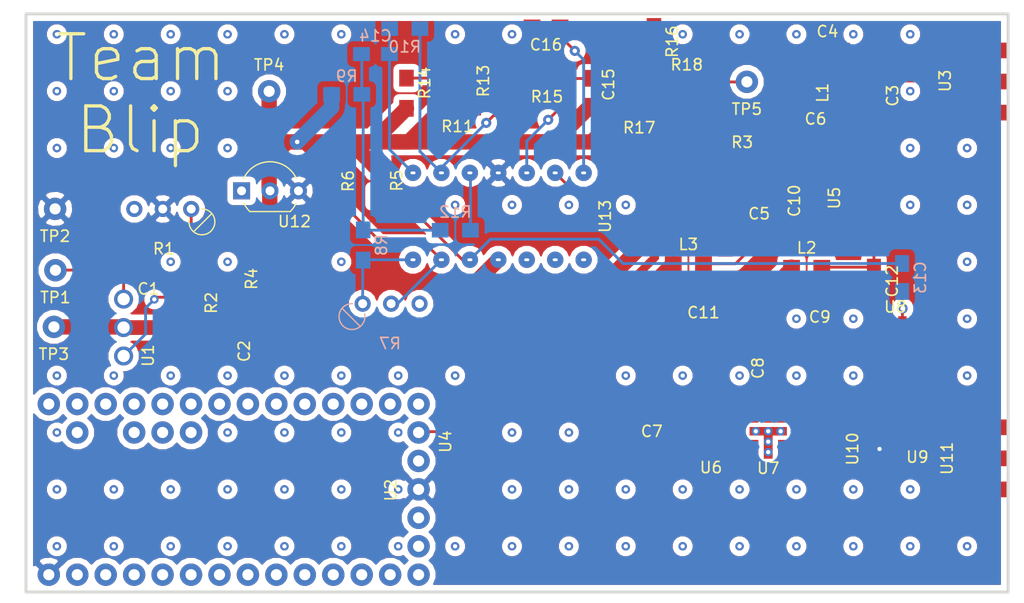
<source format=kicad_pcb>
(kicad_pcb (version 4) (host pcbnew 4.0.7)
  (layers (0 F.Cu signal) (31 B.Cu signal) (34 B.Paste user) (35 F.Paste user) (36 B.SilkS user) (37 F.SilkS user) (38 B.Mask user) (39 F.Mask user) (44 Edge.Cuts user))
  (net 0 "")
  (net 1 GND)
  (net 2 "Net-(C3-Pad1)")
  (net 3 "Net-(C3-Pad2)")
  (net 4 "Net-(C4-Pad1)")
  (net 5 "Net-(C6-Pad1)")
  (net 6 "Net-(C7-Pad1)")
  (net 7 "Net-(C7-Pad2)")
  (net 8 "Net-(C8-Pad1)")
  (net 9 "Net-(C10-Pad1)")
  (net 10 "Net-(C10-Pad2)")
  (net 11 "Net-(C12-Pad1)")
  (net 12 "Net-(C12-Pad2)")
  (net 13 "Net-(C13-Pad1)")
  (net 14 "Net-(C13-Pad2)")
  (net 15 "Net-(C14-Pad1)")
  (net 16 "Net-(C14-Pad2)")
  (net 17 /+2.5V)
  (net 18 "Net-(C15-Pad2)")
  (net 19 "Net-(C16-Pad1)")
  (net 20 "Net-(C16-Pad2)")
  (net 21 "Net-(R1-Pad1)")
  (net 22 "Net-(R3-Pad1)")
  (net 23 "Net-(R6-Pad2)")
  (net 24 "Net-(R7-Pad1)")
  (net 25 "Net-(R10-Pad1)")
  (net 26 "Net-(R12-Pad2)")
  (net 27 "Net-(R16-Pad1)")
  (net 28 "Net-(R18-Pad1)")
  (net 29 "Net-(U2-Pad1)")
  (net 30 "Net-(U2-Pad2)")
  (net 31 "Net-(U2-Pad3)")
  (net 32 "Net-(U2-Pad4)")
  (net 33 "Net-(U2-Pad5)")
  (net 34 "Net-(U2-Pad6)")
  (net 35 "Net-(U2-Pad7)")
  (net 36 "Net-(U2-Pad8)")
  (net 37 "Net-(U2-Pad9)")
  (net 38 "Net-(U2-Pad10)")
  (net 39 "Net-(U2-Pad11)")
  (net 40 "Net-(U2-Pad12)")
  (net 41 "Net-(U2-Pad13)")
  (net 42 "Net-(U2-Pad14)")
  (net 43 "Net-(U2-Pad15)")
  (net 44 "Net-(U2-Pad17)")
  (net 45 "Net-(U2-Pad18)")
  (net 46 "Net-(U2-Pad19)")
  (net 47 "Net-(U2-Pad20)")
  (net 48 "Net-(U2-Pad21)")
  (net 49 "Net-(U2-Pad22)")
  (net 50 "Net-(U2-Pad23)")
  (net 51 "Net-(U2-Pad24)")
  (net 52 "Net-(U2-Pad25)")
  (net 53 "Net-(U2-Pad26)")
  (net 54 "Net-(U2-Pad27)")
  (net 55 "Net-(U2-Pad28)")
  (net 56 "Net-(U2-Pad29)")
  (net 57 "Net-(U2-Pad30)")
  (net 58 "Net-(U2-Pad31)")
  (net 59 "Net-(U2-Pad32)")
  (net 60 "Net-(U6-Pad3)")
  (net 61 "Net-(U7-Pad4)")
  (net 62 "Net-(U10-Pad5)")
  (net 63 "Net-(U8-Pad8)")
  (net 64 "Net-(U10-Pad1)")
  (net 65 "Net-(U10-Pad3)")
  (net 66 "Net-(U12-Pad1)")
  (net 67 "Net-(U13-Pad5)")
  (net 68 "Net-(U13-Pad6)")
  (net 69 "Net-(U13-Pad7)")
  (net 70 "Net-(C1-Pad1)")
  (net 71 /+5V)
  (module Q2Footprint:Potentiometer_Trimmer_Bourns_3296W (layer B.Cu) (at 65.405 57.079 180)
    (fp_text reference R7 (at -2.4384 -3.556 180) (layer B.SilkS) (effects (justify mirror)))
    (fp_text value 20k)
    (pad 1 thru_hole circle (at 0 0 180) (size 1.44 1.44) (drill 0.8) (layers *.Cu *.Mask) (net 24 "Net-(R7-Pad1)"))
    (pad 2 thru_hole circle (at -2.54 0 180) (size 1.44 1.44) (drill 0.8) (layers *.Cu *.Mask) (net 23 "Net-(R6-Pad2)"))
    (pad 3 thru_hole circle (at -5.08 0 180) (size 1.44 1.44) (drill 0.8) (layers *.Cu *.Mask))
  )
  (module Q2Footprint:via-15mil (layer F.Cu) (at 38.1 38.1)
    (fp_text reference REF** hide)
    (fp_text value via-15mil hide)
    (pad 1 thru_hole circle (at 0 0) (size 0.762 0.762) (drill 0.381) (layers *.Cu))
  )
  (module Q2Footprint:L_0805_HandSoldering (layer F.Cu) (at 105.052 53.818 180)
    (fp_text reference L2 (at 0 1.7272 180) (layer F.SilkS))
    (fp_text value 82n)
    (pad 1 smd rect (at -1.35 0 180) (size 1.5 1.3) (layers F.Cu F.Paste F.Mask) (net 12 "Net-(C12-Pad2)"))
    (pad 2 smd rect (at 1.35 0 180) (size 1.5 1.3) (layers F.Cu F.Paste F.Mask) (net 71 /+5V))
  )
  (module Q2Footprint:C_0805_HandSoldering (layer F.Cu) (at 45.293 54.077)
    (fp_text reference C1 (at 0.976 1.681) (layer F.SilkS))
    (fp_text value 0.1u)
    (pad 1 smd rect (at -1.25 0) (size 1.5 1.25) (layers F.Cu F.Paste F.Mask) (net 70 "Net-(C1-Pad1)"))
    (pad 2 smd rect (at 1.25 0) (size 1.5 1.25) (layers F.Cu F.Paste F.Mask) (net 1 GND))
  )
  (module Q2Footprint:ROS-2536C-119+ (layer F.Cu) (at 80.582 69.394 270)
    (fp_text reference U4 (at 0 7.7724 270) (layer F.SilkS))
    (fp_text value ROS-2536C-119+)
    (pad 1 smd rect (at -6.1 0.89 270) (size 1.52 1.52) (layers F.Cu F.Paste F.Mask) (net 1 GND))
    (pad 1 smd rect (at -6.1 3.43 270) (size 1.52 1.52) (layers F.Cu F.Paste F.Mask) (net 1 GND))
    (pad 14 smd rect (at -6.1 -1.65 270) (size 1.52 1.52) (layers F.Cu F.Paste F.Mask) (net 71 /+5V))
    (pad 1 smd rect (at -6.1 -4.19 270) (size 1.52 1.52) (layers F.Cu F.Paste F.Mask) (net 1 GND))
    (pad 1 smd rect (at 6.1 -4.19 270) (size 1.52 1.52) (layers F.Cu F.Paste F.Mask) (net 1 GND))
    (pad 1 smd rect (at 6.1 -1.65 270) (size 1.52 1.52) (layers F.Cu F.Paste F.Mask) (net 1 GND))
    (pad 1 smd rect (at 6.1 0.89 270) (size 1.52 1.52) (layers F.Cu F.Paste F.Mask) (net 1 GND))
    (pad 1 smd rect (at 6.1 3.43 270) (size 1.52 1.52) (layers F.Cu F.Paste F.Mask) (net 1 GND))
    (pad 1 smd rect (at -4.32 -6.1 270) (size 1.52 1.52) (layers F.Cu F.Paste F.Mask) (net 1 GND))
    (pad 1 smd rect (at -1.78 -6.1 270) (size 1.52 1.52) (layers F.Cu F.Paste F.Mask) (net 1 GND))
    (pad 10 smd rect (at 0.76 -6.1 270) (size 1.52 1.52) (layers F.Cu F.Paste F.Mask) (net 7 "Net-(C7-Pad2)"))
    (pad 1 smd rect (at 3.3 -6.1 270) (size 1.52 1.52) (layers F.Cu F.Paste F.Mask) (net 1 GND))
    (pad 1 smd rect (at -3.43 6.1 270) (size 1.52 1.52) (layers F.Cu F.Paste F.Mask) (net 1 GND))
    (pad 2 smd rect (at -0.89 6.1 270) (size 1.52 1.52) (layers F.Cu F.Paste F.Mask) (net 45 "Net-(U2-Pad18)"))
    (pad 1 smd rect (at 1.65 6.1 270) (size 1.52 1.52) (layers F.Cu F.Paste F.Mask) (net 1 GND))
    (pad 1 smd rect (at 4.19 6.1 270) (size 1.52 1.52) (layers F.Cu F.Paste F.Mask) (net 1 GND))
  )
  (module Q2Footprint:Test_Point_Keystone_5000-5004_Miniature (layer F.Cu) (at 37.968 54.089)
    (fp_text reference TP1 (at 0 2.4384) (layer F.SilkS))
    (fp_text value TEST)
    (pad 1 thru_hole circle (at 0 0) (size 2 2) (drill 1) (layers *.Cu *.Mask) (net 70 "Net-(C1-Pad1)"))
  )
  (module Q2Footprint:Test_Point_Keystone_5000-5004_Miniature (layer F.Cu) (at 37.836 59.152)
    (fp_text reference TP3 (at 0 2.4384) (layer F.SilkS))
    (fp_text value TEST)
    (pad 1 thru_hole circle (at 0 0) (size 2 2) (drill 1) (layers *.Cu *.Mask) (net 71 /+5V))
  )
  (module Q2Footprint:LM317 (layer F.Cu) (at 44.058 59.21 90)
    (fp_text reference U1 (at -2.502 2.19 90) (layer F.SilkS))
    (fp_text value LM317)
    (pad 2 thru_hole circle (at 0 0 90) (size 1.7 1.7) (drill 1.1) (layers *.Cu *.Mask) (net 71 /+5V))
    (pad 3 thru_hole circle (at 2.54 0 90) (size 1.7 1.7) (drill 1.1) (layers *.Cu *.Mask) (net 70 "Net-(C1-Pad1)"))
    (pad 1 thru_hole circle (at -2.54 0 90) (size 1.7 1.7) (drill 1.1) (layers *.Cu *.Mask) (net 21 "Net-(R1-Pad1)"))
  )
  (module Q2Footprint:C_0805_HandSoldering (layer F.Cu) (at 91.227 70.105 180)
    (fp_text reference C7 (at 0 1.6256 180) (layer F.SilkS))
    (fp_text value 1n)
    (pad 1 smd rect (at -1.25 0 180) (size 1.5 1.25) (layers F.Cu F.Paste F.Mask) (net 6 "Net-(C7-Pad1)"))
    (pad 2 smd rect (at 1.25 0 180) (size 1.5 1.25) (layers F.Cu F.Paste F.Mask) (net 7 "Net-(C7-Pad2)"))
  )
  (module Q2Footprint:C_0805_HandSoldering (layer F.Cu) (at 53.045 60.432 270)
    (fp_text reference C2 (at 0.889 -1.783 270) (layer F.SilkS))
    (fp_text value 1u)
    (pad 1 smd rect (at -1.25 0 270) (size 1.5 1.25) (layers F.Cu F.Paste F.Mask) (net 71 /+5V))
    (pad 2 smd rect (at 1.25 0 270) (size 1.5 1.25) (layers F.Cu F.Paste F.Mask) (net 1 GND))
  )
  (module Q2Footprint:C_0805_HandSoldering (layer F.Cu) (at 111.1 38.502 90)
    (fp_text reference C3 (at 0 1.6256 90) (layer F.SilkS))
    (fp_text value 56p)
    (pad 1 smd rect (at -1.25 0 90) (size 1.5 1.25) (layers F.Cu F.Paste F.Mask) (net 2 "Net-(C3-Pad1)"))
    (pad 2 smd rect (at 1.25 0 90) (size 1.5 1.25) (layers F.Cu F.Paste F.Mask) (net 3 "Net-(C3-Pad2)"))
  )
  (module Q2Footprint:C_0805_HandSoldering (layer F.Cu) (at 106.909 34.403 180)
    (fp_text reference C4 (at 0 1.6256 180) (layer F.SilkS))
    (fp_text value 0.1u)
    (pad 1 smd rect (at -1.25 0 180) (size 1.5 1.25) (layers F.Cu F.Paste F.Mask) (net 4 "Net-(C4-Pad1)"))
    (pad 2 smd rect (at 1.25 0 180) (size 1.5 1.25) (layers F.Cu F.Paste F.Mask) (net 1 GND))
  )
  (module Q2Footprint:C_0805_HandSoldering (layer F.Cu) (at 100.805 47.42)
    (fp_text reference C5 (at 0 1.6256) (layer F.SilkS))
    (fp_text value 0.1u)
    (pad 1 smd rect (at -1.25 0) (size 1.5 1.25) (layers F.Cu F.Paste F.Mask) (net 71 /+5V))
    (pad 2 smd rect (at 1.25 0) (size 1.5 1.25) (layers F.Cu F.Paste F.Mask) (net 1 GND))
  )
  (module Q2Footprint:C_0805_HandSoldering (layer F.Cu) (at 106.832 42.144 180)
    (fp_text reference C6 (at 0.985 1.565 180) (layer F.SilkS))
    (fp_text value 1n)
    (pad 1 smd rect (at -1.25 0 180) (size 1.5 1.25) (layers F.Cu F.Paste F.Mask) (net 5 "Net-(C6-Pad1)"))
    (pad 2 smd rect (at 1.25 0 180) (size 1.5 1.25) (layers F.Cu F.Paste F.Mask) (net 1 GND))
  )
  (module Q2Footprint:C_0805_HandSoldering (layer F.Cu) (at 102.26 62.81 90)
    (fp_text reference C8 (at -0.02 -1.56 90) (layer F.SilkS))
    (fp_text value 0.1u)
    (pad 1 smd rect (at -1.25 0 90) (size 1.5 1.25) (layers F.Cu F.Paste F.Mask) (net 8 "Net-(C8-Pad1)"))
    (pad 2 smd rect (at 1.25 0 90) (size 1.5 1.25) (layers F.Cu F.Paste F.Mask) (net 71 /+5V))
  )
  (module Q2Footprint:C_0805_HandSoldering (layer F.Cu) (at 106.225 56.64)
    (fp_text reference C9 (at 0 1.6256) (layer F.SilkS))
    (fp_text value 0.1u)
    (pad 1 smd rect (at -1.25 0) (size 1.5 1.25) (layers F.Cu F.Paste F.Mask) (net 71 /+5V))
    (pad 2 smd rect (at 1.25 0) (size 1.5 1.25) (layers F.Cu F.Paste F.Mask) (net 1 GND))
  )
  (module Q2Footprint:C_0805_HandSoldering (layer F.Cu) (at 105.575 47.89 270)
    (fp_text reference C10 (at 0 1.6256 270) (layer F.SilkS))
    (fp_text value 82p)
    (pad 1 smd rect (at -1.25 0 270) (size 1.5 1.25) (layers F.Cu F.Paste F.Mask) (net 9 "Net-(C10-Pad1)"))
    (pad 2 smd rect (at 1.25 0 270) (size 1.5 1.25) (layers F.Cu F.Paste F.Mask) (net 10 "Net-(C10-Pad2)"))
  )
  (module Q2Footprint:C_0805_HandSoldering (layer F.Cu) (at 95.832 56.249)
    (fp_text reference C11 (at 0 1.6256) (layer F.SilkS))
    (fp_text value 0.1u)
    (pad 1 smd rect (at -1.25 0) (size 1.5 1.25) (layers F.Cu F.Paste F.Mask) (net 71 /+5V))
    (pad 2 smd rect (at 1.25 0) (size 1.5 1.25) (layers F.Cu F.Paste F.Mask) (net 1 GND))
  )
  (module Q2Footprint:C_0805_HandSoldering (layer F.Cu) (at 111.059 55.068 90)
    (fp_text reference C12 (at 0 1.6256 90) (layer F.SilkS))
    (fp_text value 0.1u)
    (pad 1 smd rect (at -1.25 0 90) (size 1.5 1.25) (layers F.Cu F.Paste F.Mask) (net 11 "Net-(C12-Pad1)"))
    (pad 2 smd rect (at 1.25 0 90) (size 1.5 1.25) (layers F.Cu F.Paste F.Mask) (net 12 "Net-(C12-Pad2)"))
  )
  (module Q2Footprint:C_0805_HandSoldering (layer B.Cu) (at 113.574 54.74 270)
    (fp_text reference C13 (at 0 -1.6256 270) (layer B.SilkS) (effects (justify mirror)))
    (fp_text value 1u)
    (pad 1 smd rect (at -1.25 0 270) (size 1.5 1.25) (layers B.Cu B.Paste B.Mask) (net 13 "Net-(C13-Pad1)"))
    (pad 2 smd rect (at 1.25 0 270) (size 1.5 1.25) (layers B.Cu B.Paste B.Mask) (net 14 "Net-(C13-Pad2)"))
  )
  (module Q2Footprint:C_0805_HandSoldering (layer B.Cu) (at 66.548 34.788)
    (fp_text reference C14 (at 0 -1.6256) (layer B.SilkS) (effects (justify mirror)))
    (fp_text value 1n)
    (pad 1 smd rect (at -1.25 0) (size 1.5 1.25) (layers B.Cu B.Paste B.Mask) (net 15 "Net-(C14-Pad1)"))
    (pad 2 smd rect (at 1.25 0) (size 1.5 1.25) (layers B.Cu B.Paste B.Mask) (net 16 "Net-(C14-Pad2)"))
  )
  (module Q2Footprint:C_0805_HandSoldering (layer F.Cu) (at 85.71 38.202 90)
    (fp_text reference C15 (at 0.691 1.646 90) (layer F.SilkS))
    (fp_text value 1n)
    (pad 1 smd rect (at -1.25 0 90) (size 1.5 1.25) (layers F.Cu F.Paste F.Mask) (net 17 /+2.5V))
    (pad 2 smd rect (at 1.25 0 90) (size 1.5 1.25) (layers F.Cu F.Paste F.Mask) (net 18 "Net-(C15-Pad2)"))
  )
  (module Q2Footprint:C_0805_HandSoldering (layer F.Cu) (at 81.778 32.332)
    (fp_text reference C16 (at 0 1.6256) (layer F.SilkS))
    (fp_text value 1n)
    (pad 1 smd rect (at -1.25 0) (size 1.5 1.25) (layers F.Cu F.Paste F.Mask) (net 19 "Net-(C16-Pad1)"))
    (pad 2 smd rect (at 1.25 0) (size 1.5 1.25) (layers F.Cu F.Paste F.Mask) (net 20 "Net-(C16-Pad2)"))
  )
  (module Q2Footprint:L_0805_HandSoldering (layer F.Cu) (at 108.158 38.426 90)
    (fp_text reference L1 (at 0.184 -1.681 90) (layer F.SilkS))
    (fp_text value 15n)
    (pad 1 smd rect (at -1.35 0 90) (size 1.5 1.3) (layers F.Cu F.Paste F.Mask) (net 2 "Net-(C3-Pad1)"))
    (pad 2 smd rect (at 1.35 0 90) (size 1.5 1.3) (layers F.Cu F.Paste F.Mask) (net 4 "Net-(C4-Pad1)"))
  )
  (module Q2Footprint:L_0805_HandSoldering (layer F.Cu) (at 94.491 53.511 180)
    (fp_text reference L3 (at 0 1.7272 180) (layer F.SilkS))
    (fp_text value 5.6n)
    (pad 1 smd rect (at -1.35 0 180) (size 1.5 1.3) (layers F.Cu F.Paste F.Mask) (net 9 "Net-(C10-Pad1)"))
    (pad 2 smd rect (at 1.35 0 180) (size 1.5 1.3) (layers F.Cu F.Paste F.Mask) (net 71 /+5V))
  )
  (module Q2Footprint:Potentiometer_Trimmer_Bourns_3296W (layer F.Cu) (at 50.094 48.621)
    (fp_text reference R1 (at -2.4384 3.556) (layer F.SilkS))
    (fp_text value 2K)
    (pad 1 thru_hole circle (at 0 0) (size 1.44 1.44) (drill 0.8) (layers *.Cu *.Mask) (net 21 "Net-(R1-Pad1)"))
    (pad 2 thru_hole circle (at -2.54 0) (size 1.44 1.44) (drill 0.8) (layers *.Cu *.Mask) (net 1 GND))
    (pad 3 thru_hole circle (at -5.08 0) (size 1.44 1.44) (drill 0.8) (layers *.Cu *.Mask))
  )
  (module Q2Footprint:R_0805_HandSoldering (layer F.Cu) (at 99.296 44.291 180)
    (fp_text reference R3 (at 0 1.6256 180) (layer F.SilkS))
    (fp_text value 1k)
    (pad 1 smd rect (at -1.35 0 180) (size 1.5 1.3) (layers F.Cu F.Paste F.Mask) (net 22 "Net-(R3-Pad1)"))
    (pad 2 smd rect (at 1.35 0 180) (size 1.5 1.3) (layers F.Cu F.Paste F.Mask) (net 71 /+5V))
  )
  (module Q2Footprint:R_0805_HandSoldering (layer F.Cu) (at 57.109 54.865 270)
    (fp_text reference R4 (at 0 1.6256 270) (layer F.SilkS))
    (fp_text value 3.6k)
    (pad 1 smd rect (at -1.35 0 270) (size 1.5 1.3) (layers F.Cu F.Paste F.Mask) (net 17 /+2.5V))
    (pad 2 smd rect (at 1.35 0 270) (size 1.5 1.3) (layers F.Cu F.Paste F.Mask) (net 71 /+5V))
  )
  (module Q2Footprint:R_0805_HandSoldering (layer F.Cu) (at 66.802 46.135 270)
    (fp_text reference R5 (at -0.049 -1.656 270) (layer F.SilkS))
    (fp_text value 10k)
    (pad 1 smd rect (at -1.35 0 270) (size 1.5 1.3) (layers F.Cu F.Paste F.Mask) (net 17 /+2.5V))
    (pad 2 smd rect (at 1.35 0 270) (size 1.5 1.3) (layers F.Cu F.Paste F.Mask) (net 13 "Net-(C13-Pad1)"))
  )
  (module Q2Footprint:R_0805_HandSoldering (layer F.Cu) (at 62.499 46.191 270)
    (fp_text reference R6 (at -0.065 -1.611 270) (layer F.SilkS))
    (fp_text value 220)
    (pad 1 smd rect (at -1.35 0 270) (size 1.5 1.3) (layers F.Cu F.Paste F.Mask) (net 17 /+2.5V))
    (pad 2 smd rect (at 1.35 0 270) (size 1.5 1.3) (layers F.Cu F.Paste F.Mask) (net 23 "Net-(R6-Pad2)"))
  )
  (module Q2Footprint:R_0805_HandSoldering (layer B.Cu) (at 65.451 51.836 270)
    (fp_text reference R8 (at 0 -1.6256 270) (layer B.SilkS) (effects (justify mirror)))
    (fp_text value 8.45k)
    (pad 1 smd rect (at -1.35 0 270) (size 1.5 1.3) (layers B.Cu B.Paste B.Mask) (net 15 "Net-(C14-Pad1)"))
    (pad 2 smd rect (at 1.35 0 270) (size 1.5 1.3) (layers B.Cu B.Paste B.Mask) (net 24 "Net-(R7-Pad1)"))
  )
  (module Q2Footprint:R_0805_HandSoldering (layer B.Cu) (at 63.98 38.387)
    (fp_text reference R9 (at 0 -1.6256) (layer B.SilkS) (effects (justify mirror)))
    (fp_text value 102k)
    (pad 1 smd rect (at -1.35 0) (size 1.5 1.3) (layers B.Cu B.Paste B.Mask) (net 17 /+2.5V))
    (pad 2 smd rect (at 1.35 0) (size 1.5 1.3) (layers B.Cu B.Paste B.Mask) (net 15 "Net-(C14-Pad1)"))
  )
  (module Q2Footprint:R_0805_HandSoldering (layer B.Cu) (at 69.169 32.512 180)
    (fp_text reference R10 (at 0 -1.6256 180) (layer B.SilkS) (effects (justify mirror)))
    (fp_text value 1k)
    (pad 1 smd rect (at -1.35 0 180) (size 1.5 1.3) (layers B.Cu B.Paste B.Mask) (net 25 "Net-(R10-Pad1)"))
    (pad 2 smd rect (at 1.35 0 180) (size 1.5 1.3) (layers B.Cu B.Paste B.Mask) (net 16 "Net-(C14-Pad2)"))
  )
  (module Q2Footprint:R_0805_HandSoldering (layer F.Cu) (at 73.871 39.625)
    (fp_text reference R11 (at 0 1.6256) (layer F.SilkS))
    (fp_text value 12.1k)
    (pad 1 smd rect (at -1.35 0) (size 1.5 1.3) (layers F.Cu F.Paste F.Mask) (net 17 /+2.5V))
    (pad 2 smd rect (at 1.35 0) (size 1.5 1.3) (layers F.Cu F.Paste F.Mask) (net 25 "Net-(R10-Pad1)"))
  )
  (module Q2Footprint:R_0805_HandSoldering (layer B.Cu) (at 73.68 50.516)
    (fp_text reference R12 (at 0 -1.6256) (layer B.SilkS) (effects (justify mirror)))
    (fp_text value 7.15k)
    (pad 1 smd rect (at -1.35 0) (size 1.5 1.3) (layers B.Cu B.Paste B.Mask) (net 15 "Net-(C14-Pad1)"))
    (pad 2 smd rect (at 1.35 0) (size 1.5 1.3) (layers B.Cu B.Paste B.Mask) (net 26 "Net-(R12-Pad2)"))
  )
  (module Q2Footprint:R_0805_HandSoldering (layer F.Cu) (at 77.81 38.312 270)
    (fp_text reference R13 (at -1.126 1.63 270) (layer F.SilkS))
    (fp_text value 17.4)
    (pad 1 smd rect (at -1.35 0 270) (size 1.5 1.3) (layers F.Cu F.Paste F.Mask) (net 19 "Net-(C16-Pad1)"))
    (pad 2 smd rect (at 1.35 0 270) (size 1.5 1.3) (layers F.Cu F.Paste F.Mask) (net 25 "Net-(R10-Pad1)"))
  )
  (module Q2Footprint:R_0805_HandSoldering (layer F.Cu) (at 69.317 38.284 90)
    (fp_text reference R14 (at 0.916 1.62 90) (layer F.SilkS))
    (fp_text value 28k)
    (pad 1 smd rect (at -1.35 0 90) (size 1.5 1.3) (layers F.Cu F.Paste F.Mask) (net 17 /+2.5V))
    (pad 2 smd rect (at 1.35 0 90) (size 1.5 1.3) (layers F.Cu F.Paste F.Mask) (net 19 "Net-(C16-Pad1)"))
  )
  (module Q2Footprint:R_0805_HandSoldering (layer F.Cu) (at 81.862 36.971)
    (fp_text reference R15 (at 0 1.6256) (layer F.SilkS))
    (fp_text value 4.12k)
    (pad 1 smd rect (at -1.35 0) (size 1.5 1.3) (layers F.Cu F.Paste F.Mask) (net 19 "Net-(C16-Pad1)"))
    (pad 2 smd rect (at 1.35 0) (size 1.5 1.3) (layers F.Cu F.Paste F.Mask) (net 18 "Net-(C15-Pad2)"))
  )
  (module Q2Footprint:R_0805_HandSoldering (layer F.Cu) (at 91.417 33.674 90)
    (fp_text reference R16 (at 0 1.6256 90) (layer F.SilkS))
    (fp_text value 1k)
    (pad 1 smd rect (at -1.35 0 90) (size 1.5 1.3) (layers F.Cu F.Paste F.Mask) (net 27 "Net-(R16-Pad1)"))
    (pad 2 smd rect (at 1.35 0 90) (size 1.5 1.3) (layers F.Cu F.Paste F.Mask) (net 20 "Net-(C16-Pad2)"))
  )
  (module Q2Footprint:R_0805_HandSoldering (layer F.Cu) (at 90.104 39.737)
    (fp_text reference R17 (at 0 1.6256) (layer F.SilkS))
    (fp_text value 1.62k)
    (pad 1 smd rect (at -1.35 0) (size 1.5 1.3) (layers F.Cu F.Paste F.Mask) (net 17 /+2.5V))
    (pad 2 smd rect (at 1.35 0) (size 1.5 1.3) (layers F.Cu F.Paste F.Mask) (net 27 "Net-(R16-Pad1)"))
  )
  (module Q2Footprint:R_0805_HandSoldering (layer F.Cu) (at 92.786 37.278 180)
    (fp_text reference R18 (at -1.56 1.535 180) (layer F.SilkS))
    (fp_text value 20k)
    (pad 1 smd rect (at -1.35 0 180) (size 1.5 1.3) (layers F.Cu F.Paste F.Mask) (net 28 "Net-(R18-Pad1)"))
    (pad 2 smd rect (at 1.35 0 180) (size 1.5 1.3) (layers F.Cu F.Paste F.Mask) (net 27 "Net-(R16-Pad1)"))
  )
  (module Q2Footprint:Test_Point_Keystone_5000-5004_Miniature (layer F.Cu) (at 37.94 48.613)
    (fp_text reference TP2 (at 0 2.4384) (layer F.SilkS))
    (fp_text value TEST)
    (pad 1 thru_hole circle (at 0 0) (size 2 2) (drill 1) (layers *.Cu *.Mask) (net 1 GND))
  )
  (module Q2Footprint:Test_Point_Keystone_5000-5004_Miniature (layer F.Cu) (at 57.054 38.114)
    (fp_text reference TP4 (at -0.003 -2.353) (layer F.SilkS))
    (fp_text value TEST)
    (pad 1 thru_hole circle (at 0 0) (size 2 2) (drill 1) (layers *.Cu *.Mask) (net 17 /+2.5V))
  )
  (module Q2Footprint:Test_Point_Keystone_5000-5004_Miniature (layer F.Cu) (at 99.715 37.269)
    (fp_text reference TP5 (at 0 2.4384) (layer F.SilkS))
    (fp_text value TEST)
    (pad 1 thru_hole circle (at 0 0) (size 2 2) (drill 1) (layers *.Cu *.Mask) (net 28 "Net-(R18-Pad1)"))
  )
  (module Q2Footprint:SMA (layer F.Cu) (at 122.9 37.24 90)
    (fp_text reference U3 (at 0.061 -5.483 90) (layer F.SilkS))
    (fp_text value SMA)
    (pad 2 connect rect (at 2.775 -2.25 90) (size 1.4 4.5) (layers F.Cu F.Mask) (net 1 GND))
    (pad 1 connect rect (at 0 -2.25 90) (size 1.4 4.5) (layers F.Cu F.Mask) (net 3 "Net-(C3-Pad2)"))
    (pad 2 connect rect (at -2.775 -2.25 90) (size 1.4 4.5) (layers F.Cu F.Mask) (net 1 GND))
  )
  (module Q2Footprint:PMA4-33GLN+ (layer F.Cu) (at 110.724 47.644 270)
    (fp_text reference U5 (at 0 3.2004 270) (layer F.SilkS))
    (fp_text value PMA4-33GLN+)
    (pad 1 smd rect (at -1.905 -0.975 270) (size 0.89 0.36) (layers F.Cu F.Paste F.Mask) (net 1 GND))
    (pad 1 smd rect (at 0.975 -1.905 270) (size 0.36 0.89) (layers F.Cu F.Paste F.Mask) (net 1 GND))
    (pad 0 smd rect (at 0 0 270) (size 2.16 2.16) (layers F.Cu F.Paste F.Mask) (net 1 GND))
    (pad 5 smd rect (at -0.975 1.905 270) (size 0.36 0.89) (layers F.Cu F.Paste F.Mask) (net 9 "Net-(C10-Pad1)"))
    (pad 1 smd rect (at -0.325 1.905 270) (size 0.36 0.89) (layers F.Cu F.Paste F.Mask) (net 1 GND))
    (pad 1 smd rect (at 0.325 1.905 270) (size 0.36 0.89) (layers F.Cu F.Paste F.Mask) (net 1 GND))
    (pad 8 smd rect (at 0.975 1.905 270) (size 0.36 0.89) (layers F.Cu F.Paste F.Mask) (net 10 "Net-(C10-Pad2)"))
    (pad 1 smd rect (at 0.325 -1.905 270) (size 0.36 0.89) (layers F.Cu F.Paste F.Mask) (net 1 GND))
    (pad 1 smd rect (at -0.325 -1.905 270) (size 0.36 0.89) (layers F.Cu F.Paste F.Mask) (net 1 GND))
    (pad 1 smd rect (at -0.975 -1.905 270) (size 0.36 0.89) (layers F.Cu F.Paste F.Mask) (net 1 GND))
    (pad 1 smd rect (at 1.905 -0.975 270) (size 0.89 0.36) (layers F.Cu F.Paste F.Mask) (net 1 GND))
    (pad 11 smd rect (at 1.905 -0.325 270) (size 0.89 0.36) (layers F.Cu F.Paste F.Mask) (net 12 "Net-(C12-Pad2)"))
    (pad 1 smd rect (at 1.905 0.325 270) (size 0.89 0.36) (layers F.Cu F.Paste F.Mask) (net 1 GND))
    (pad 1 smd rect (at 1.905 0.975 270) (size 0.89 0.36) (layers F.Cu F.Paste F.Mask) (net 1 GND))
    (pad 2 smd rect (at -1.905 -0.325 270) (size 0.89 0.36) (layers F.Cu F.Paste F.Mask) (net 2 "Net-(C3-Pad1)"))
    (pad 3 smd rect (at -1.905 0.325 270) (size 0.89 0.36) (layers F.Cu F.Paste F.Mask) (net 5 "Net-(C6-Pad1)"))
    (pad 4 smd rect (at -1.905 0.975 270) (size 0.89 0.36) (layers F.Cu F.Paste F.Mask) (net 22 "Net-(R3-Pad1)"))
  )
  (module Q2Footprint:PGA-103+ (layer F.Cu) (at 96.51 68.154)
    (fp_text reference U6 (at 0 3.556) (layer F.SilkS))
    (fp_text value PGA-103+)
    (pad 3 smd rect (at 1.4986 1.9177) (size 0.7112 1.4986) (layers F.Cu F.Paste F.Mask) (net 60 "Net-(U6-Pad3)"))
    (pad 1 smd rect (at -1.4986 1.9177) (size 0.7112 1.4986) (layers F.Cu F.Paste F.Mask) (net 6 "Net-(C7-Pad1)"))
    (pad 2 smd rect (at 0 0) (size 0.9144 5.334) (layers F.Cu F.Paste F.Mask) (net 1 GND))
    (pad 2 smd trapezoid (at 0.70485 -0.7112) (size 0.4953 3.4163) (rect_delta 0.4953 0) (layers F.Cu F.Paste F.Mask) (net 1 GND))
    (pad 2 smd trapezoid (at -0.70485 -0.7112) (size 0.4953 3.4163) (rect_delta -0.4953 0) (layers F.Cu F.Paste F.Mask) (net 1 GND))
  )
  (module Q2Footprint:SIM-43LH+ (layer F.Cu) (at 112.969 61.225 180)
    (fp_text reference U8 (at 0 3.8608 180) (layer F.SilkS))
    (fp_text value SIM-43LH+)
    (pad 1 smd rect (at -1.905 1.83 180) (size 0.76 2.39) (layers F.Cu F.Paste F.Mask) (net 1 GND))
    (pad 8 smd rect (at -1.905 -2.265 180) (size 0.76 1.52) (layers F.Cu F.Paste F.Mask) (net 63 "Net-(U8-Pad8)"))
    (pad 1 smd rect (at -0.635 -2.265 180) (size 0.76 1.52) (layers F.Cu F.Paste F.Mask) (net 1 GND))
    (pad 1 smd rect (at 0.635 -2.265 180) (size 0.76 1.52) (layers F.Cu F.Paste F.Mask) (net 1 GND))
    (pad 1 smd rect (at 1.905 -2.265 180) (size 0.76 1.52) (layers F.Cu F.Paste F.Mask) (net 1 GND))
    (pad 2 smd rect (at -0.635 2.265 180) (size 0.76 1.52) (layers F.Cu F.Paste F.Mask) (net 14 "Net-(C13-Pad2)"))
    (pad 1 smd rect (at 0.635 1.83 180) (size 0.76 2.39) (layers F.Cu F.Paste F.Mask) (net 1 GND))
    (pad 4 smd rect (at 1.905 2.265 180) (size 0.76 1.52) (layers F.Cu F.Paste F.Mask) (net 11 "Net-(C12-Pad1)"))
    (pad 1 smd rect (at 0.635 -1.07 180) (size 3.3 0.87) (layers F.Cu F.Paste F.Mask) (net 1 GND))
    (pad 1 smd rect (at 0 0 180) (size 4.57 1.27) (layers F.Cu F.Paste F.Mask) (net 1 GND))
  )
  (module Q2Footprint:GAT-7+ (layer F.Cu) (at 114.94 67.524)
    (fp_text reference U9 (at 0 3.2512) (layer F.SilkS))
    (fp_text value GAT-7+)
    (pad 2 smd rect (at 1.585 0) (size 1.55 0.61) (layers F.Cu F.Paste F.Mask) (net 1 GND))
    (pad 1 smd rect (at 0 1.585) (size 0.61 1.55) (layers F.Cu F.Paste F.Mask) (net 65 "Net-(U10-Pad3)"))
    (pad 3 smd rect (at 0 -1.585) (size 0.61 1.55) (layers F.Cu F.Paste F.Mask) (net 63 "Net-(U8-Pad8)"))
    (pad 2 smd rect (at -1.585 0) (size 1.55 0.61) (layers F.Cu F.Paste F.Mask) (net 1 GND))
  )
  (module Q2Footprint:SP-2U1+ (layer F.Cu) (at 106.609 70.044 90)
    (fp_text reference U10 (at 0 2.54 90) (layer F.SilkS))
    (fp_text value SP-2U1+)
    (pad 2 smd rect (at 0.9398 -1.143 90) (size 0.508 1.27) (layers F.Cu F.Paste F.Mask) (net 1 GND))
    (pad 5 smd rect (at 0 -1.143 90) (size 0.508 1.27) (layers F.Cu F.Paste F.Mask) (net 62 "Net-(U10-Pad5)"))
    (pad 2 smd rect (at -0.9398 -1.143 90) (size 0.508 1.27) (layers F.Cu F.Paste F.Mask) (net 1 GND))
    (pad 3 smd rect (at 0.9398 1.143 90) (size 0.508 1.27) (layers F.Cu F.Paste F.Mask) (net 65 "Net-(U10-Pad3)"))
    (pad 2 smd rect (at 0 1.143 90) (size 0.508 1.27) (layers F.Cu F.Paste F.Mask) (net 1 GND))
    (pad 1 smd rect (at -0.9398 1.143 90) (size 0.508 1.27) (layers F.Cu F.Paste F.Mask) (net 64 "Net-(U10-Pad1)"))
  )
  (module Q2Footprint:SMA (layer F.Cu) (at 118.4 70.89 270)
    (fp_text reference U11 (at 0 0.8128 270) (layer F.SilkS))
    (fp_text value SMA)
    (pad 2 connect rect (at 2.775 -2.25 270) (size 1.4 4.5) (layers F.Cu F.Mask) (net 1 GND))
    (pad 1 connect rect (at 0 -2.25 270) (size 1.4 4.5) (layers F.Cu F.Mask) (net 64 "Net-(U10-Pad1)"))
    (pad 2 connect rect (at -2.775 -2.25 270) (size 1.4 4.5) (layers F.Cu F.Mask) (net 1 GND))
  )
  (module Q2Footprint:LT1009 (layer F.Cu) (at 54.592 47.001)
    (fp_text reference U12 (at 4.722 2.742 180) (layer F.SilkS))
    (fp_text value LT1009)
    (pad 2 thru_hole circle (at 2.54 0 90) (size 1.52 1.52) (drill 0.8) (layers *.Cu *.Mask) (net 17 /+2.5V))
    (pad 3 thru_hole circle (at 5.08 0 90) (size 1.52 1.52) (drill 0.8) (layers *.Cu *.Mask) (net 1 GND))
    (pad 1 thru_hole rect (at 0 0 90) (size 1.52 1.52) (drill 0.8) (layers *.Cu *.Mask) (net 66 "Net-(U12-Pad1)"))
  )
  (module Q2Footprint:TL974 (layer F.Cu) (at 88.633 49.276 90)
    (fp_text reference U13 (at 0 -1.5748 90) (layer F.SilkS))
    (fp_text value TL974)
    (pad 14 thru_hole circle (at 3.88 -18.735 90) (size 1.46 1.46) (drill oval 0.25 0.455) (layers *.Cu *.Mask) (net 16 "Net-(C14-Pad2)"))
    (pad 13 thru_hole circle (at 3.88 -16.195 90) (size 1.46 1.46) (drill oval 0.25 0.455) (layers *.Cu *.Mask) (net 25 "Net-(R10-Pad1)"))
    (pad 12 thru_hole circle (at 3.88 -13.655 90) (size 1.46 1.46) (drill oval 0.25 0.455) (layers *.Cu *.Mask) (net 26 "Net-(R12-Pad2)"))
    (pad 11 thru_hole circle (at 3.88 -11.115 90) (size 1.46 1.46) (drill oval 0.25 0.455) (layers *.Cu *.Mask) (net 1 GND))
    (pad 10 thru_hole circle (at 3.88 -8.575 90) (size 1.46 1.46) (drill oval 0.25 0.455) (layers *.Cu *.Mask) (net 18 "Net-(C15-Pad2)"))
    (pad 9 thru_hole circle (at 3.88 -6.035 90) (size 1.46 1.46) (drill oval 0.25 0.455) (layers *.Cu *.Mask) (net 27 "Net-(R16-Pad1)"))
    (pad 8 thru_hole circle (at 3.88 -3.495 90) (size 1.46 1.46) (drill oval 0.25 0.455) (layers *.Cu *.Mask) (net 20 "Net-(C16-Pad2)"))
    (pad 1 thru_hole circle (at -3.88 -18.735 90) (size 1.46 1.46) (drill oval 0.25 0.455) (layers *.Cu *.Mask) (net 24 "Net-(R7-Pad1)"))
    (pad 2 thru_hole circle (at -3.88 -16.195 90) (size 1.46 1.46) (drill oval 0.25 0.455) (layers *.Cu *.Mask) (net 23 "Net-(R6-Pad2)"))
    (pad 3 thru_hole circle (at -3.88 -13.655 90) (size 1.46 1.46) (drill oval 0.25 0.455) (layers *.Cu *.Mask) (net 13 "Net-(C13-Pad1)"))
    (pad 4 thru_hole circle (at -3.88 -11.115 90) (size 1.46 1.46) (drill oval 0.25 0.455) (layers *.Cu *.Mask) (net 71 /+5V))
    (pad 5 thru_hole circle (at -3.88 -8.575 90) (size 1.46 1.46) (drill oval 0.25 0.455) (layers *.Cu *.Mask) (net 67 "Net-(U13-Pad5)"))
    (pad 6 thru_hole circle (at -3.88 -6.035 90) (size 1.46 1.46) (drill oval 0.25 0.455) (layers *.Cu *.Mask) (net 68 "Net-(U13-Pad6)"))
    (pad 7 thru_hole circle (at -3.88 -3.495 90) (size 1.46 1.46) (drill oval 0.25 0.455) (layers *.Cu *.Mask) (net 69 "Net-(U13-Pad7)"))
  )
  (module Q2Footprint:R_0805_HandSoldering (layer F.Cu) (at 50.16 57.852 90)
    (fp_text reference R2 (at 0.844 1.727 90) (layer F.SilkS))
    (fp_text value 220)
    (pad 1 smd rect (at -1.35 0 90) (size 1.5 1.3) (layers F.Cu F.Paste F.Mask) (net 71 /+5V))
    (pad 2 smd rect (at 1.35 0 90) (size 1.5 1.3) (layers F.Cu F.Paste F.Mask) (net 21 "Net-(R1-Pad1)"))
  )
  (module Q2Footprint:Teensy3.2 (layer F.Cu) (at 71.669 73.66 90)
    (fp_text reference U2 (at -0.071 -3.749 90) (layer F.SilkS))
    (fp_text value Teensy3.2)
    (pad 0 thru_hole circle (at -7.62 -34.29 90) (size 2 2) (drill 1) (layers *.Cu *.Mask) (net 1 GND))
    (pad 1 thru_hole circle (at -7.62 -31.75 90) (size 2 2) (drill 1) (layers *.Cu *.Mask) (net 29 "Net-(U2-Pad1)"))
    (pad 2 thru_hole circle (at -7.62 -29.21 90) (size 2 2) (drill 1) (layers *.Cu *.Mask) (net 30 "Net-(U2-Pad2)"))
    (pad 3 thru_hole circle (at -7.62 -26.67 90) (size 2 2) (drill 1) (layers *.Cu *.Mask) (net 31 "Net-(U2-Pad3)"))
    (pad 4 thru_hole circle (at -7.62 -24.13 90) (size 2 2) (drill 1) (layers *.Cu *.Mask) (net 32 "Net-(U2-Pad4)"))
    (pad 5 thru_hole circle (at -7.62 -21.59 90) (size 2 2) (drill 1) (layers *.Cu *.Mask) (net 33 "Net-(U2-Pad5)"))
    (pad 6 thru_hole circle (at -7.62 -19.05 90) (size 2 2) (drill 1) (layers *.Cu *.Mask) (net 34 "Net-(U2-Pad6)"))
    (pad 7 thru_hole circle (at -7.62 -16.51 90) (size 2 2) (drill 1) (layers *.Cu *.Mask) (net 35 "Net-(U2-Pad7)"))
    (pad 8 thru_hole circle (at -7.62 -13.97 90) (size 2 2) (drill 1) (layers *.Cu *.Mask) (net 36 "Net-(U2-Pad8)"))
    (pad 9 thru_hole circle (at -7.62 -11.43 90) (size 2 2) (drill 1) (layers *.Cu *.Mask) (net 37 "Net-(U2-Pad9)"))
    (pad 10 thru_hole circle (at -7.62 -8.89 90) (size 2 2) (drill 1) (layers *.Cu *.Mask) (net 38 "Net-(U2-Pad10)"))
    (pad 11 thru_hole circle (at -7.62 -6.35 90) (size 2 2) (drill 1) (layers *.Cu *.Mask) (net 39 "Net-(U2-Pad11)"))
    (pad 12 thru_hole circle (at -7.62 -3.81 90) (size 2 2) (drill 1) (layers *.Cu *.Mask) (net 40 "Net-(U2-Pad12)"))
    (pad 13 thru_hole circle (at -7.62 -1.27 90) (size 2 2) (drill 1) (layers *.Cu *.Mask) (net 41 "Net-(U2-Pad13)"))
    (pad 14 thru_hole circle (at -5.08 -1.27 90) (size 2 2) (drill 1) (layers *.Cu *.Mask) (net 42 "Net-(U2-Pad14)"))
    (pad 15 thru_hole circle (at -2.54 -1.27 90) (size 2 2) (drill 1) (layers *.Cu *.Mask) (net 43 "Net-(U2-Pad15)"))
    (pad 16 thru_hole circle (at 0 -1.27 90) (size 2 2) (drill 1) (layers *.Cu *.Mask) (net 1 GND))
    (pad 17 thru_hole circle (at 2.54 -1.27 90) (size 2 2) (drill 1) (layers *.Cu *.Mask) (net 44 "Net-(U2-Pad17)"))
    (pad 18 thru_hole circle (at 5.08 -1.27 90) (size 2 2) (drill 1) (layers *.Cu *.Mask) (net 45 "Net-(U2-Pad18)"))
    (pad 19 thru_hole circle (at 7.62 -1.27 90) (size 2 2) (drill 1) (layers *.Cu *.Mask) (net 46 "Net-(U2-Pad19)"))
    (pad 20 thru_hole circle (at 7.62 -3.81 90) (size 2 2) (drill 1) (layers *.Cu *.Mask) (net 47 "Net-(U2-Pad20)"))
    (pad 21 thru_hole circle (at 7.62 -6.35 90) (size 2 2) (drill 1) (layers *.Cu *.Mask) (net 48 "Net-(U2-Pad21)"))
    (pad 22 thru_hole circle (at 7.62 -8.89 90) (size 2 2) (drill 1) (layers *.Cu *.Mask) (net 49 "Net-(U2-Pad22)"))
    (pad 23 thru_hole circle (at 7.62 -11.43 90) (size 2 2) (drill 1) (layers *.Cu *.Mask) (net 50 "Net-(U2-Pad23)"))
    (pad 24 thru_hole circle (at 7.62 -13.97 90) (size 2 2) (drill 1) (layers *.Cu *.Mask) (net 51 "Net-(U2-Pad24)"))
    (pad 25 thru_hole circle (at 7.62 -16.51 90) (size 2 2) (drill 1) (layers *.Cu *.Mask) (net 52 "Net-(U2-Pad25)"))
    (pad 26 thru_hole circle (at 7.62 -19.05 90) (size 2 2) (drill 1) (layers *.Cu *.Mask) (net 53 "Net-(U2-Pad26)"))
    (pad 27 thru_hole circle (at 7.62 -21.59 90) (size 2 2) (drill 1) (layers *.Cu *.Mask) (net 54 "Net-(U2-Pad27)"))
    (pad 28 thru_hole circle (at 7.62 -24.13 90) (size 2 2) (drill 1) (layers *.Cu *.Mask) (net 55 "Net-(U2-Pad28)"))
    (pad 29 thru_hole circle (at 7.62 -26.67 90) (size 2 2) (drill 1) (layers *.Cu *.Mask) (net 56 "Net-(U2-Pad29)"))
    (pad 30 thru_hole circle (at 7.62 -29.21 90) (size 2 2) (drill 1) (layers *.Cu *.Mask) (net 57 "Net-(U2-Pad30)"))
    (pad 31 thru_hole circle (at 7.62 -31.75 90) (size 2 2) (drill 1) (layers *.Cu *.Mask) (net 58 "Net-(U2-Pad31)"))
    (pad 32 thru_hole circle (at 7.62 -34.29 90) (size 2 2) (drill 1) (layers *.Cu *.Mask) (net 59 "Net-(U2-Pad32)"))
    (pad "" thru_hole circle (at 5.08 -31.75 90) (size 2 2) (drill 1) (layers *.Cu *.Mask))
    (pad "" thru_hole circle (at 5.08 -26.67 90) (size 2 2) (drill 1) (layers *.Cu *.Mask))
    (pad "" thru_hole circle (at 5.08 -24.13 90) (size 2 2) (drill 1) (layers *.Cu *.Mask))
    (pad "" thru_hole circle (at 5.08 -21.59 90) (size 2 2) (drill 1) (layers *.Cu *.Mask))
  )
  (module Q2Footprint:via-15mil (layer F.Cu) (at 99.06 78.74)
    (fp_text reference REF** hide)
    (fp_text value via-15mil hide)
    (pad 1 thru_hole circle (at 0 0) (size 0.762 0.762) (drill 0.381) (layers *.Cu))
  )
  (module Q2Footprint:via-15mil (layer F.Cu) (at 104.14 78.74)
    (fp_text reference REF** hide)
    (fp_text value via-15mil hide)
    (pad 1 thru_hole circle (at 0 0) (size 0.762 0.762) (drill 0.381) (layers *.Cu))
  )
  (module Q2Footprint:via-15mil (layer F.Cu) (at 93.98 78.74)
    (fp_text reference REF** hide)
    (fp_text value via-15mil hide)
    (pad 1 thru_hole circle (at 0 0) (size 0.762 0.762) (drill 0.381) (layers *.Cu))
  )
  (module Q2Footprint:via-15mil (layer F.Cu) (at 88.9 78.74)
    (fp_text reference REF** hide)
    (fp_text value via-15mil hide)
    (pad 1 thru_hole circle (at 0 0) (size 0.762 0.762) (drill 0.381) (layers *.Cu))
  )
  (module Q2Footprint:via-15mil (layer F.Cu) (at 83.82 78.74)
    (fp_text reference REF** hide)
    (fp_text value via-15mil hide)
    (pad 1 thru_hole circle (at 0 0) (size 0.762 0.762) (drill 0.381) (layers *.Cu))
  )
  (module Q2Footprint:via-15mil (layer F.Cu) (at 78.74 78.74)
    (fp_text reference REF** hide)
    (fp_text value via-15mil hide)
    (pad 1 thru_hole circle (at 0 0) (size 0.762 0.762) (drill 0.381) (layers *.Cu))
  )
  (module Q2Footprint:via-15mil (layer F.Cu) (at 109.22 78.74)
    (fp_text reference REF** hide)
    (fp_text value via-15mil hide)
    (pad 1 thru_hole circle (at 0 0) (size 0.762 0.762) (drill 0.381) (layers *.Cu))
  )
  (module Q2Footprint:via-15mil (layer F.Cu) (at 93.98 73.66)
    (fp_text reference REF** hide)
    (fp_text value via-15mil hide)
    (pad 1 thru_hole circle (at 0 0) (size 0.762 0.762) (drill 0.381) (layers *.Cu))
  )
  (module Q2Footprint:via-15mil (layer F.Cu) (at 99.06 73.66)
    (fp_text reference REF** hide)
    (fp_text value via-15mil hide)
    (pad 1 thru_hole circle (at 0 0) (size 0.762 0.762) (drill 0.381) (layers *.Cu))
  )
  (module Q2Footprint:via-15mil (layer F.Cu) (at 104.14 73.66)
    (fp_text reference REF** hide)
    (fp_text value via-15mil hide)
    (pad 1 thru_hole circle (at 0 0) (size 0.762 0.762) (drill 0.381) (layers *.Cu))
  )
  (module Q2Footprint:via-15mil (layer F.Cu) (at 109.22 73.66)
    (fp_text reference REF** hide)
    (fp_text value via-15mil hide)
    (pad 1 thru_hole circle (at 0 0) (size 0.762 0.762) (drill 0.381) (layers *.Cu))
  )
  (module Q2Footprint:via-15mil (layer F.Cu) (at 114.3 73.66)
    (fp_text reference REF** hide)
    (fp_text value via-15mil hide)
    (pad 1 thru_hole circle (at 0 0) (size 0.762 0.762) (drill 0.381) (layers *.Cu))
  )
  (module Q2Footprint:via-15mil (layer F.Cu) (at 114.3 78.74)
    (fp_text reference REF** hide)
    (fp_text value via-15mil hide)
    (pad 1 thru_hole circle (at 0 0) (size 0.762 0.762) (drill 0.381) (layers *.Cu))
  )
  (module Q2Footprint:via-15mil (layer F.Cu) (at 119.38 78.74)
    (fp_text reference REF** hide)
    (fp_text value via-15mil hide)
    (pad 1 thru_hole circle (at 0 0) (size 0.762 0.762) (drill 0.381) (layers *.Cu))
  )
  (module Q2Footprint:via-15mil (layer F.Cu) (at 119.38 63.5)
    (fp_text reference REF** hide)
    (fp_text value via-15mil hide)
    (pad 1 thru_hole circle (at 0 0) (size 0.762 0.762) (drill 0.381) (layers *.Cu))
  )
  (module Q2Footprint:via-15mil (layer F.Cu) (at 119.38 58.42)
    (fp_text reference REF** hide)
    (fp_text value via-15mil hide)
    (pad 1 thru_hole circle (at 0 0) (size 0.762 0.762) (drill 0.381) (layers *.Cu))
  )
  (module Q2Footprint:via-15mil (layer F.Cu) (at 119.38 53.34)
    (fp_text reference REF** hide)
    (fp_text value via-15mil hide)
    (pad 1 thru_hole circle (at 0 0) (size 0.762 0.762) (drill 0.381) (layers *.Cu))
  )
  (module Q2Footprint:via-15mil (layer F.Cu) (at 119.38 48.26)
    (fp_text reference REF** hide)
    (fp_text value via-15mil hide)
    (pad 1 thru_hole circle (at 0 0) (size 0.762 0.762) (drill 0.381) (layers *.Cu))
  )
  (module Q2Footprint:via-15mil (layer F.Cu) (at 119.38 43.18)
    (fp_text reference REF** hide)
    (fp_text value via-15mil hide)
    (pad 1 thru_hole circle (at 0 0) (size 0.762 0.762) (drill 0.381) (layers *.Cu))
  )
  (module Q2Footprint:via-15mil (layer F.Cu) (at 109.22 63.5)
    (fp_text reference REF** hide)
    (fp_text value via-15mil hide)
    (pad 1 thru_hole circle (at 0 0) (size 0.762 0.762) (drill 0.381) (layers *.Cu))
  )
  (module Q2Footprint:via-15mil (layer F.Cu) (at 109.22 58.42)
    (fp_text reference REF** hide)
    (fp_text value via-15mil hide)
    (pad 1 thru_hole circle (at 0 0) (size 0.762 0.762) (drill 0.381) (layers *.Cu))
  )
  (module Q2Footprint:via-15mil (layer F.Cu) (at 104.14 63.5)
    (fp_text reference REF** hide)
    (fp_text value via-15mil hide)
    (pad 1 thru_hole circle (at 0 0) (size 0.762 0.762) (drill 0.381) (layers *.Cu))
  )
  (module Q2Footprint:via-15mil (layer F.Cu) (at 104.14 58.42)
    (fp_text reference REF** hide)
    (fp_text value via-15mil hide)
    (pad 1 thru_hole circle (at 0 0) (size 0.762 0.762) (drill 0.381) (layers *.Cu))
  )
  (module Q2Footprint:via-15mil (layer F.Cu) (at 99.06 63.5)
    (fp_text reference REF** hide)
    (fp_text value via-15mil hide)
    (pad 1 thru_hole circle (at 0 0) (size 0.762 0.762) (drill 0.381) (layers *.Cu))
  )
  (module Q2Footprint:via-15mil (layer F.Cu) (at 93.98 63.5)
    (fp_text reference REF** hide)
    (fp_text value via-15mil hide)
    (pad 1 thru_hole circle (at 0 0) (size 0.762 0.762) (drill 0.381) (layers *.Cu))
  )
  (module Q2Footprint:via-15mil (layer F.Cu) (at 88.9 63.5)
    (fp_text reference REF** hide)
    (fp_text value via-15mil hide)
    (pad 1 thru_hole circle (at 0 0) (size 0.762 0.762) (drill 0.381) (layers *.Cu))
  )
  (module Q2Footprint:via-15mil (layer F.Cu) (at 88.9 73.66)
    (fp_text reference REF** hide)
    (fp_text value via-15mil hide)
    (pad 1 thru_hole circle (at 0 0) (size 0.762 0.762) (drill 0.381) (layers *.Cu))
  )
  (module Q2Footprint:via-15mil (layer F.Cu) (at 83.82 73.66)
    (fp_text reference REF** hide)
    (fp_text value via-15mil hide)
    (pad 1 thru_hole circle (at 0 0) (size 0.762 0.762) (drill 0.381) (layers *.Cu))
  )
  (module Q2Footprint:via-15mil (layer F.Cu) (at 83.82 68.58)
    (fp_text reference REF** hide)
    (fp_text value via-15mil hide)
    (pad 1 thru_hole circle (at 0 0) (size 0.762 0.762) (drill 0.381) (layers *.Cu))
  )
  (module Q2Footprint:via-15mil (layer F.Cu) (at 78.74 68.58)
    (fp_text reference REF** hide)
    (fp_text value via-15mil hide)
    (pad 1 thru_hole circle (at 0 0) (size 0.762 0.762) (drill 0.381) (layers *.Cu))
  )
  (module Q2Footprint:via-15mil (layer F.Cu) (at 78.74 73.66)
    (fp_text reference REF** hide)
    (fp_text value via-15mil hide)
    (pad 1 thru_hole circle (at 0 0) (size 0.762 0.762) (drill 0.381) (layers *.Cu))
  )
  (module Q2Footprint:via-15mil (layer F.Cu) (at 73.66 78.74)
    (fp_text reference REF** hide)
    (fp_text value via-15mil hide)
    (pad 1 thru_hole circle (at 0 0) (size 0.762 0.762) (drill 0.381) (layers *.Cu))
  )
  (module Q2Footprint:via-15mil (layer F.Cu) (at 68.58 78.74)
    (fp_text reference REF** hide)
    (fp_text value via-15mil hide)
    (pad 1 thru_hole circle (at 0 0) (size 0.762 0.762) (drill 0.381) (layers *.Cu))
  )
  (module Q2Footprint:via-15mil (layer F.Cu) (at 68.58 73.66)
    (fp_text reference REF** hide)
    (fp_text value via-15mil hide)
    (pad 1 thru_hole circle (at 0 0) (size 0.762 0.762) (drill 0.381) (layers *.Cu))
  )
  (module Q2Footprint:via-15mil (layer F.Cu) (at 68.58 68.58)
    (fp_text reference REF** hide)
    (fp_text value via-15mil hide)
    (pad 1 thru_hole circle (at 0 0) (size 0.762 0.762) (drill 0.381) (layers *.Cu))
  )
  (module Q2Footprint:via-15mil (layer F.Cu) (at 63.5 68.58)
    (fp_text reference REF** hide)
    (fp_text value via-15mil hide)
    (pad 1 thru_hole circle (at 0 0) (size 0.762 0.762) (drill 0.381) (layers *.Cu))
  )
  (module Q2Footprint:via-15mil (layer F.Cu) (at 58.42 68.58)
    (fp_text reference REF** hide)
    (fp_text value via-15mil hide)
    (pad 1 thru_hole circle (at 0 0) (size 0.762 0.762) (drill 0.381) (layers *.Cu))
  )
  (module Q2Footprint:via-15mil (layer F.Cu) (at 53.34 68.58)
    (fp_text reference REF** hide)
    (fp_text value via-15mil hide)
    (pad 1 thru_hole circle (at 0 0) (size 0.762 0.762) (drill 0.381) (layers *.Cu))
  )
  (module Q2Footprint:via-15mil (layer F.Cu) (at 53.34 73.66)
    (fp_text reference REF** hide)
    (fp_text value via-15mil hide)
    (pad 1 thru_hole circle (at 0 0) (size 0.762 0.762) (drill 0.381) (layers *.Cu))
  )
  (module Q2Footprint:via-15mil (layer F.Cu) (at 58.42 73.66)
    (fp_text reference REF** hide)
    (fp_text value via-15mil hide)
    (pad 1 thru_hole circle (at 0 0) (size 0.762 0.762) (drill 0.381) (layers *.Cu))
  )
  (module Q2Footprint:via-15mil (layer F.Cu) (at 63.5 73.66)
    (fp_text reference REF** hide)
    (fp_text value via-15mil hide)
    (pad 1 thru_hole circle (at 0 0) (size 0.762 0.762) (drill 0.381) (layers *.Cu))
  )
  (module Q2Footprint:via-15mil (layer F.Cu) (at 63.5 78.74)
    (fp_text reference REF** hide)
    (fp_text value via-15mil hide)
    (pad 1 thru_hole circle (at 0 0) (size 0.762 0.762) (drill 0.381) (layers *.Cu))
  )
  (module Q2Footprint:via-15mil (layer F.Cu) (at 58.42 78.74)
    (fp_text reference REF** hide)
    (fp_text value via-15mil hide)
    (pad 1 thru_hole circle (at 0 0) (size 0.762 0.762) (drill 0.381) (layers *.Cu))
  )
  (module Q2Footprint:via-15mil (layer F.Cu) (at 53.34 78.74)
    (fp_text reference REF** hide)
    (fp_text value via-15mil hide)
    (pad 1 thru_hole circle (at 0 0) (size 0.762 0.762) (drill 0.381) (layers *.Cu))
  )
  (module Q2Footprint:via-15mil (layer F.Cu) (at 48.26 73.66)
    (fp_text reference REF** hide)
    (fp_text value via-15mil hide)
    (pad 1 thru_hole circle (at 0 0) (size 0.762 0.762) (drill 0.381) (layers *.Cu))
  )
  (module Q2Footprint:via-15mil (layer F.Cu) (at 48.26 78.74)
    (fp_text reference REF** hide)
    (fp_text value via-15mil hide)
    (pad 1 thru_hole circle (at 0 0) (size 0.762 0.762) (drill 0.381) (layers *.Cu))
  )
  (module Q2Footprint:via-15mil (layer F.Cu) (at 43.18 78.74)
    (fp_text reference REF** hide)
    (fp_text value via-15mil hide)
    (pad 1 thru_hole circle (at 0 0) (size 0.762 0.762) (drill 0.381) (layers *.Cu))
  )
  (module Q2Footprint:via-15mil (layer F.Cu) (at 43.18 73.66)
    (fp_text reference REF** hide)
    (fp_text value via-15mil hide)
    (pad 1 thru_hole circle (at 0 0) (size 0.762 0.762) (drill 0.381) (layers *.Cu))
  )
  (module Q2Footprint:via-15mil (layer F.Cu) (at 38.1 73.66)
    (fp_text reference REF** hide)
    (fp_text value via-15mil hide)
    (pad 1 thru_hole circle (at 0 0) (size 0.762 0.762) (drill 0.381) (layers *.Cu))
  )
  (module Q2Footprint:via-15mil (layer F.Cu) (at 38.1 78.74)
    (fp_text reference REF** hide)
    (fp_text value via-15mil hide)
    (pad 1 thru_hole circle (at 0 0) (size 0.762 0.762) (drill 0.381) (layers *.Cu))
  )
  (module Q2Footprint:via-15mil (layer F.Cu) (at 38.1 68.58)
    (fp_text reference REF** hide)
    (fp_text value via-15mil hide)
    (pad 1 thru_hole circle (at 0 0) (size 0.762 0.762) (drill 0.381) (layers *.Cu))
  )
  (module Q2Footprint:via-15mil (layer F.Cu) (at 38.1 63.5)
    (fp_text reference REF** hide)
    (fp_text value via-15mil hide)
    (pad 1 thru_hole circle (at 0 0) (size 0.762 0.762) (drill 0.381) (layers *.Cu))
  )
  (module Q2Footprint:via-15mil (layer F.Cu) (at 43.18 63.5)
    (fp_text reference REF** hide)
    (fp_text value via-15mil hide)
    (pad 1 thru_hole circle (at 0 0) (size 0.762 0.762) (drill 0.381) (layers *.Cu))
  )
  (module Q2Footprint:via-15mil (layer F.Cu) (at 48.26 63.5)
    (fp_text reference REF** hide)
    (fp_text value via-15mil hide)
    (pad 1 thru_hole circle (at 0 0) (size 0.762 0.762) (drill 0.381) (layers *.Cu))
  )
  (module Q2Footprint:via-15mil (layer F.Cu) (at 53.34 63.5)
    (fp_text reference REF** hide)
    (fp_text value via-15mil hide)
    (pad 1 thru_hole circle (at 0 0) (size 0.762 0.762) (drill 0.381) (layers *.Cu))
  )
  (module Q2Footprint:via-15mil (layer F.Cu) (at 58.42 63.5)
    (fp_text reference REF** hide)
    (fp_text value via-15mil hide)
    (pad 1 thru_hole circle (at 0 0) (size 0.762 0.762) (drill 0.381) (layers *.Cu))
  )
  (module Q2Footprint:via-15mil (layer F.Cu) (at 63.5 63.5)
    (fp_text reference REF** hide)
    (fp_text value via-15mil hide)
    (pad 1 thru_hole circle (at 0 0) (size 0.762 0.762) (drill 0.381) (layers *.Cu))
  )
  (module Q2Footprint:via-15mil (layer F.Cu) (at 68.58 63.5)
    (fp_text reference REF** hide)
    (fp_text value via-15mil hide)
    (pad 1 thru_hole circle (at 0 0) (size 0.762 0.762) (drill 0.381) (layers *.Cu))
  )
  (module Q2Footprint:via-15mil (layer F.Cu) (at 73.66 63.5)
    (fp_text reference REF** hide)
    (fp_text value via-15mil hide)
    (pad 1 thru_hole circle (at 0 0) (size 0.762 0.762) (drill 0.381) (layers *.Cu))
  )
  (module Q2Footprint:via-15mil (layer F.Cu) (at 88.9 48.26)
    (fp_text reference REF** hide)
    (fp_text value via-15mil hide)
    (pad 1 thru_hole circle (at 0 0) (size 0.762 0.762) (drill 0.381) (layers *.Cu))
  )
  (module Q2Footprint:via-15mil (layer F.Cu) (at 83.82 48.26)
    (fp_text reference REF** hide)
    (fp_text value via-15mil hide)
    (pad 1 thru_hole circle (at 0 0) (size 0.762 0.762) (drill 0.381) (layers *.Cu))
  )
  (module Q2Footprint:via-15mil (layer F.Cu) (at 78.74 48.26)
    (fp_text reference REF** hide)
    (fp_text value via-15mil hide)
    (pad 1 thru_hole circle (at 0 0) (size 0.762 0.762) (drill 0.381) (layers *.Cu))
  )
  (module Q2Footprint:via-15mil (layer F.Cu) (at 73.66 48.26)
    (fp_text reference REF** hide)
    (fp_text value via-15mil hide)
    (pad 1 thru_hole circle (at 0 0) (size 0.762 0.762) (drill 0.381) (layers *.Cu))
  )
  (module Q2Footprint:via-15mil (layer F.Cu) (at 114.3 43.18)
    (fp_text reference REF** hide)
    (fp_text value via-15mil hide)
    (pad 1 thru_hole circle (at 0 0) (size 0.762 0.762) (drill 0.381) (layers *.Cu))
  )
  (module Q2Footprint:via-15mil (layer F.Cu) (at 114.3 38.1)
    (fp_text reference REF** hide)
    (fp_text value via-15mil hide)
    (pad 1 thru_hole circle (at 0 0) (size 0.762 0.762) (drill 0.381) (layers *.Cu))
  )
  (module Q2Footprint:via-15mil (layer F.Cu) (at 114.3 33.02)
    (fp_text reference REF** hide)
    (fp_text value via-15mil hide)
    (pad 1 thru_hole circle (at 0 0) (size 0.762 0.762) (drill 0.381) (layers *.Cu))
  )
  (module Q2Footprint:via-15mil (layer F.Cu) (at 109.22 33.02)
    (fp_text reference REF** hide)
    (fp_text value via-15mil hide)
    (pad 1 thru_hole circle (at 0 0) (size 0.762 0.762) (drill 0.381) (layers *.Cu))
  )
  (module Q2Footprint:via-15mil (layer F.Cu) (at 104.14 33.02)
    (fp_text reference REF** hide)
    (fp_text value via-15mil hide)
    (pad 1 thru_hole circle (at 0 0) (size 0.762 0.762) (drill 0.381) (layers *.Cu))
  )
  (module Q2Footprint:via-15mil (layer F.Cu) (at 99.06 33.02)
    (fp_text reference REF** hide)
    (fp_text value via-15mil hide)
    (pad 1 thru_hole circle (at 0 0) (size 0.762 0.762) (drill 0.381) (layers *.Cu))
  )
  (module Q2Footprint:via-15mil (layer F.Cu) (at 93.98 33.02)
    (fp_text reference REF** hide)
    (fp_text value via-15mil hide)
    (pad 1 thru_hole circle (at 0 0) (size 0.762 0.762) (drill 0.381) (layers *.Cu))
  )
  (module Q2Footprint:via-15mil (layer F.Cu) (at 63.5 33.02)
    (fp_text reference REF** hide)
    (fp_text value via-15mil hide)
    (pad 1 thru_hole circle (at 0 0) (size 0.762 0.762) (drill 0.381) (layers *.Cu))
  )
  (module Q2Footprint:via-15mil (layer F.Cu) (at 58.42 33.02)
    (fp_text reference REF** hide)
    (fp_text value via-15mil hide)
    (pad 1 thru_hole circle (at 0 0) (size 0.762 0.762) (drill 0.381) (layers *.Cu))
  )
  (module Q2Footprint:via-15mil (layer F.Cu) (at 53.34 33.02)
    (fp_text reference REF** hide)
    (fp_text value via-15mil hide)
    (pad 1 thru_hole circle (at 0 0) (size 0.762 0.762) (drill 0.381) (layers *.Cu))
  )
  (module Q2Footprint:via-15mil (layer F.Cu) (at 48.26 33.02)
    (fp_text reference REF** hide)
    (fp_text value via-15mil hide)
    (pad 1 thru_hole circle (at 0 0) (size 0.762 0.762) (drill 0.381) (layers *.Cu))
  )
  (module Q2Footprint:via-15mil (layer F.Cu) (at 43.18 33.02)
    (fp_text reference REF** hide)
    (fp_text value via-15mil hide)
    (pad 1 thru_hole circle (at 0 0) (size 0.762 0.762) (drill 0.381) (layers *.Cu))
  )
  (module Q2Footprint:via-15mil (layer F.Cu) (at 38.1 33.02)
    (fp_text reference REF** hide)
    (fp_text value via-15mil hide)
    (pad 1 thru_hole circle (at 0 0) (size 0.762 0.762) (drill 0.381) (layers *.Cu))
  )
  (module Q2Footprint:via-15mil (layer F.Cu) (at 38.1 43.18)
    (fp_text reference REF** hide)
    (fp_text value via-15mil hide)
    (pad 1 thru_hole circle (at 0 0) (size 0.762 0.762) (drill 0.381) (layers *.Cu))
  )
  (module Q2Footprint:via-15mil (layer F.Cu) (at 43.18 38.1)
    (fp_text reference REF** hide)
    (fp_text value via-15mil hide)
    (pad 1 thru_hole circle (at 0 0) (size 0.762 0.762) (drill 0.381) (layers *.Cu))
  )
  (module Q2Footprint:via-15mil (layer F.Cu) (at 48.26 38.1)
    (fp_text reference REF** hide)
    (fp_text value via-15mil hide)
    (pad 1 thru_hole circle (at 0 0) (size 0.762 0.762) (drill 0.381) (layers *.Cu))
  )
  (module Q2Footprint:via-15mil (layer F.Cu) (at 53.34 38.1)
    (fp_text reference REF** hide)
    (fp_text value via-15mil hide)
    (pad 1 thru_hole circle (at 0 0) (size 0.762 0.762) (drill 0.381) (layers *.Cu))
  )
  (module Q2Footprint:via-15mil (layer F.Cu) (at 43.18 43.18)
    (fp_text reference REF** hide)
    (fp_text value via-15mil hide)
    (pad 1 thru_hole circle (at 0 0) (size 0.762 0.762) (drill 0.381) (layers *.Cu))
  )
  (module Q2Footprint:via-15mil (layer F.Cu) (at 48.26 43.18)
    (fp_text reference REF** hide)
    (fp_text value via-15mil hide)
    (pad 1 thru_hole circle (at 0 0) (size 0.762 0.762) (drill 0.381) (layers *.Cu))
  )
  (module Q2Footprint:via-15mil (layer F.Cu) (at 53.34 43.18)
    (fp_text reference REF** hide)
    (fp_text value via-15mil hide)
    (pad 1 thru_hole circle (at 0 0) (size 0.762 0.762) (drill 0.381) (layers *.Cu))
  )
  (module Q2Footprint:via-15mil (layer F.Cu) (at 53.34 53.34)
    (fp_text reference REF** hide)
    (fp_text value via-15mil hide)
    (pad 1 thru_hole circle (at 0 0) (size 0.762 0.762) (drill 0.381) (layers *.Cu))
  )
  (module Q2Footprint:via-15mil (layer F.Cu) (at 48.26 53.34)
    (fp_text reference REF** hide)
    (fp_text value via-15mil hide)
    (pad 1 thru_hole circle (at 0 0) (size 0.762 0.762) (drill 0.381) (layers *.Cu))
  )
  (module Q2Footprint:via-15mil (layer F.Cu) (at 73.66 33.02)
    (fp_text reference REF** hide)
    (fp_text value via-15mil hide)
    (pad 1 thru_hole circle (at 0 0) (size 0.762 0.762) (drill 0.381) (layers *.Cu))
  )
  (module Q2Footprint:via-15mil (layer F.Cu) (at 78.74 33.02)
    (fp_text reference REF** hide)
    (fp_text value via-15mil hide)
    (pad 1 thru_hole circle (at 0 0) (size 0.762 0.762) (drill 0.381) (layers *.Cu))
  )
  (module Q2Footprint:via-15mil (layer F.Cu) (at 114.3 48.26)
    (fp_text reference REF** hide)
    (fp_text value via-15mil hide)
    (pad 1 thru_hole circle (at 0 0) (size 0.762 0.762) (drill 0.381) (layers *.Cu))
  )
  (module Q2Footprint:via-15mil (layer F.Cu) (at 63.5 53.34)
    (fp_text reference REF** hide)
    (fp_text value via-15mil hide)
    (pad 1 thru_hole circle (at 0 0) (size 0.762 0.762) (drill 0.381) (layers *.Cu))
  )
  (module Q2Footprint:TCBT-14+ (layer F.Cu) (at 101.62 68.47)
    (fp_text reference U7 (at 0 3.302) (layer F.SilkS))
    (fp_text value TCBT-14+)
    (pad 4 smd rect (at -1.27 -1.61) (size 0.79 1.68) (layers F.Cu F.Paste F.Mask) (net 61 "Net-(U7-Pad4)"))
    (pad 1 smd rect (at -1.27 1.61) (size 0.79 1.68) (layers F.Cu F.Paste F.Mask) (net 60 "Net-(U6-Pad3)"))
    (pad "" smd rect (at 0 1.395) (size 0.79 2.11) (layers F.Cu F.Paste F.Mask))
    (pad 2 smd rect (at 1.27 1.61) (size 0.79 1.68) (layers F.Cu F.Paste F.Mask) (net 62 "Net-(U10-Pad5)"))
    (pad 3 smd rect (at 0.635 -1.61) (size 2.06 1.68) (layers F.Cu F.Paste F.Mask) (net 8 "Net-(C8-Pad1)"))
    (pad "" smd rect (at 0 0) (size 3.33 0.76) (layers F.Cu F.Paste F.Mask))
    (pad "" thru_hole circle (at 0 0) (size 0.762 0.762) (drill 0.381) (layers *.Cu *.Mask))
    (pad "" thru_hole circle (at 0 0.933) (size 0.762 0.762) (drill 0.381) (layers *.Cu *.Mask))
    (pad "" thru_hole circle (at 0 1.866) (size 0.762 0.762) (drill 0.381) (layers *.Cu *.Mask))
    (pad "" thru_hole circle (at 1.11 0) (size 0.762 0.762) (drill 0.381) (layers *.Cu *.Mask))
    (pad "" thru_hole circle (at -1.11 0) (size 0.762 0.762) (drill 0.381) (layers *.Cu *.Mask))
  )
  (gr_text "Team\nBlip" (at 45.54 38.359) (layer F.SilkS) (effects (font (size 4 4) (thickness 0.3))))
  (gr_line (start 123.04 82.824) (end 123.04 31.2) (angle 90) (layer Edge.Cuts) (width 0.254))
  (gr_line (start 35.34 82.824) (end 35.34 31.2) (angle 90) (layer Edge.Cuts) (width 0.254))
  (gr_line (start 35.34 31.2) (end 123.04 31.2) (angle 90) (layer Edge.Cuts) (width 0.254))
  (gr_line (start 35.34 82.824) (end 123.04 82.824) (angle 90) (layer Edge.Cuts) (width 0.254))
  (segment (start 107.752 70.044) (end 111.554 70.044) (width 0.254) (layer F.Cu) (net 1))
  (via (at 111.56 70.05) (size 0.762) (drill 0.381) (layers F.Cu B.Cu) (net 1))
  (segment (start 111.554 70.044) (end 111.56 70.05) (width 0.254) (layer F.Cu) (net 1))
  (segment (start 95.80515 67.4428) (end 86.8532 67.4428) (width 0.254) (layer F.Cu) (net 1))
  (segment (start 86.8532 67.4428) (end 86.682 67.614) (width 0.254) (layer F.Cu) (net 1))
  (segment (start 96.51 68.154) (end 96.51 68.14765) (width 0.254) (layer F.Cu) (net 1))
  (segment (start 96.51 68.14765) (end 97.21485 67.4428) (width 0.254) (layer F.Cu) (net 1))
  (segment (start 95.80515 67.4428) (end 97.21485 67.4428) (width 0.254) (layer F.Cu) (net 1))
  (segment (start 112.334 59.395) (end 112.334 60.59) (width 0.254) (layer F.Cu) (net 1))
  (segment (start 112.334 60.59) (end 112.969 61.225) (width 0.254) (layer F.Cu) (net 1))
  (segment (start 112.969 61.225) (end 112.969 61.66) (width 0.254) (layer F.Cu) (net 1))
  (segment (start 112.969 61.66) (end 112.334 62.295) (width 0.254) (layer F.Cu) (net 1))
  (segment (start 109.749 49.549) (end 109.749 48.619) (width 0.254) (layer F.Cu) (net 1))
  (segment (start 109.749 48.619) (end 110.724 47.644) (width 0.254) (layer F.Cu) (net 1))
  (segment (start 111.699 49.549) (end 111.699 48.619) (width 0.254) (layer F.Cu) (net 1))
  (segment (start 111.699 48.619) (end 110.724 47.644) (width 0.254) (layer F.Cu) (net 1))
  (segment (start 110.399 49.549) (end 110.399 47.969) (width 0.254) (layer F.Cu) (net 1))
  (segment (start 110.399 47.969) (end 110.724 47.644) (width 0.254) (layer F.Cu) (net 1))
  (segment (start 112.629 47.319) (end 111.049 47.319) (width 0.254) (layer F.Cu) (net 1))
  (segment (start 111.049 47.319) (end 110.724 47.644) (width 0.254) (layer F.Cu) (net 1))
  (segment (start 112.629 48.619) (end 111.699 48.619) (width 0.254) (layer F.Cu) (net 1))
  (segment (start 111.699 48.619) (end 110.724 47.644) (width 0.254) (layer F.Cu) (net 1))
  (segment (start 112.629 47.969) (end 111.049 47.969) (width 0.254) (layer F.Cu) (net 1))
  (segment (start 111.049 47.969) (end 110.724 47.644) (width 0.254) (layer F.Cu) (net 1))
  (segment (start 112.629 46.669) (end 111.699 46.669) (width 0.254) (layer F.Cu) (net 1))
  (segment (start 111.699 46.669) (end 110.724 47.644) (width 0.254) (layer F.Cu) (net 1))
  (segment (start 111.699 45.739) (end 111.699 46.669) (width 0.254) (layer F.Cu) (net 1))
  (segment (start 111.699 46.669) (end 110.724 47.644) (width 0.254) (layer F.Cu) (net 1))
  (segment (start 108.819 47.969) (end 110.399 47.969) (width 0.254) (layer F.Cu) (net 1))
  (segment (start 110.399 47.969) (end 110.724 47.644) (width 0.254) (layer F.Cu) (net 1))
  (segment (start 108.819 47.319) (end 110.399 47.319) (width 0.254) (layer F.Cu) (net 1))
  (segment (start 110.399 47.319) (end 110.724 47.644) (width 0.254) (layer F.Cu) (net 1))
  (segment (start 108.158 39.776) (end 111.076 39.776) (width 0.254) (layer F.Cu) (net 2))
  (segment (start 111.076 39.776) (end 111.1 39.752) (width 0.254) (layer F.Cu) (net 2))
  (segment (start 111.049 45.739) (end 111.049 39.803) (width 0.254) (layer F.Cu) (net 2))
  (segment (start 111.049 39.803) (end 111.1 39.752) (width 0.254) (layer F.Cu) (net 2))
  (segment (start 111.079 45.709) (end 111.049 45.739) (width 0.254) (layer F.Cu) (net 2))
  (segment (start 111.059 45.452) (end 111.028 45.421) (width 0.254) (layer F.Cu) (net 2))
  (segment (start 120.69 37.19) (end 111.162 37.19) (width 0.254) (layer F.Cu) (net 3))
  (segment (start 111.162 37.19) (end 111.1 37.252) (width 0.254) (layer F.Cu) (net 3))
  (segment (start 111.133 37.219) (end 111.1 37.252) (width 0.254) (layer F.Cu) (net 3))
  (segment (start 111.105 37.247) (end 111.1 37.252) (width 0.254) (layer F.Cu) (net 3))
  (segment (start 108.158 37.076) (end 108.158 34.404) (width 0.254) (layer F.Cu) (net 4))
  (segment (start 108.158 34.404) (end 108.159 34.403) (width 0.254) (layer F.Cu) (net 4))
  (segment (start 110.399 45.739) (end 110.399 44.461) (width 0.254) (layer F.Cu) (net 5))
  (segment (start 110.399 44.461) (end 108.082 42.144) (width 0.254) (layer F.Cu) (net 5))
  (segment (start 92.477 70.105) (end 94.9781 70.105) (width 0.254) (layer F.Cu) (net 6))
  (segment (start 94.9781 70.105) (end 95.0114 70.0717) (width 0.254) (layer F.Cu) (net 6))
  (segment (start 86.682 70.154) (end 89.928 70.154) (width 0.254) (layer F.Cu) (net 7))
  (segment (start 89.928 70.154) (end 89.977 70.105) (width 0.254) (layer F.Cu) (net 7))
  (segment (start 102.245 64.075) (end 102.26 64.06) (width 0.254) (layer F.Cu) (net 8))
  (segment (start 102.245 66.869) (end 102.245 64.075) (width 0.254) (layer F.Cu) (net 8))
  (segment (start 105.575 46.64) (end 108.79 46.64) (width 0.254) (layer F.Cu) (net 9))
  (segment (start 108.79 46.64) (end 108.819 46.669) (width 0.254) (layer F.Cu) (net 9))
  (segment (start 95.841 53.511) (end 98.704 53.511) (width 0.254) (layer F.Cu) (net 9))
  (segment (start 98.704 53.511) (end 105.575 46.64) (width 0.254) (layer F.Cu) (net 9))
  (segment (start 105.575 49.14) (end 108.298 49.14) (width 0.254) (layer F.Cu) (net 10))
  (segment (start 108.298 49.14) (end 108.819 48.619) (width 0.254) (layer F.Cu) (net 10))
  (segment (start 111.064 58.96) (end 111.064 56.323) (width 0.254) (layer F.Cu) (net 11))
  (segment (start 111.064 56.323) (end 111.059 56.318) (width 0.254) (layer F.Cu) (net 11))
  (segment (start 111.059 53.818) (end 106.402 53.818) (width 0.254) (layer F.Cu) (net 12))
  (segment (start 111.059 53.818) (end 111.059 49.559) (width 0.254) (layer F.Cu) (net 12))
  (segment (start 111.059 49.559) (end 111.049 49.549) (width 0.254) (layer F.Cu) (net 12))
  (segment (start 74.978 53.156) (end 74.309 53.156) (width 0.254) (layer F.Cu) (net 13))
  (segment (start 74.309 53.156) (end 68.638 47.485) (width 0.254) (layer F.Cu) (net 13))
  (segment (start 68.638 47.485) (end 66.802 47.485) (width 0.254) (layer F.Cu) (net 13))
  (segment (start 113.574 53.49) (end 88.658 53.49) (width 0.254) (layer B.Cu) (net 13))
  (segment (start 76.815 51.319) (end 74.978 53.156) (width 0.254) (layer B.Cu) (net 13))
  (segment (start 86.487 51.319) (end 76.815 51.319) (width 0.254) (layer B.Cu) (net 13))
  (segment (start 88.658 53.49) (end 86.487 51.319) (width 0.254) (layer B.Cu) (net 13))
  (segment (start 113.604 58.96) (end 113.604 57.521) (width 0.254) (layer F.Cu) (net 14))
  (segment (start 113.574 57.461) (end 113.574 55.99) (width 0.254) (layer B.Cu) (net 14))
  (segment (start 113.619 57.506) (end 113.574 57.461) (width 0.254) (layer B.Cu) (net 14))
  (via (at 113.619 57.506) (size 0.9) (drill 0.4) (layers F.Cu B.Cu) (net 14))
  (segment (start 113.604 57.521) (end 113.619 57.506) (width 0.254) (layer F.Cu) (net 14))
  (segment (start 72.33 50.516) (end 65.481 50.516) (width 0.254) (layer B.Cu) (net 15))
  (segment (start 65.481 50.516) (end 65.451 50.486) (width 0.254) (layer B.Cu) (net 15))
  (segment (start 65.501 50.536) (end 65.451 50.486) (width 0.254) (layer B.Cu) (net 15))
  (segment (start 65.33 38.387) (end 65.33 34.82) (width 0.254) (layer B.Cu) (net 15))
  (segment (start 65.33 34.82) (end 65.298 34.788) (width 0.254) (layer B.Cu) (net 15))
  (segment (start 65.451 50.486) (end 65.451 38.508) (width 0.254) (layer B.Cu) (net 15))
  (segment (start 65.451 38.508) (end 65.33 38.387) (width 0.254) (layer B.Cu) (net 15))
  (segment (start 67.819 32.512) (end 67.819 34.767) (width 0.254) (layer B.Cu) (net 16))
  (segment (start 67.819 34.767) (end 67.798 34.788) (width 0.254) (layer B.Cu) (net 16))
  (segment (start 67.798 34.788) (end 67.798 43.296) (width 0.254) (layer B.Cu) (net 16))
  (segment (start 67.798 43.296) (end 69.898 45.396) (width 0.254) (layer B.Cu) (net 16))
  (segment (start 80.853 42.632) (end 82.53 42.632) (width 1.371) (layer F.Cu) (net 17))
  (segment (start 82.53 42.632) (end 85.71 39.452) (width 1.371) (layer F.Cu) (net 17))
  (segment (start 62.63 38.387) (end 62.63 39.559) (width 1.371) (layer B.Cu) (net 17))
  (segment (start 59.558 42.632) (end 59.324 42.632) (width 1.371) (layer F.Cu) (net 17))
  (segment (start 59.558 42.631) (end 59.558 42.632) (width 1.371) (layer F.Cu) (net 17))
  (via (at 59.558 42.631) (size 0.9) (drill 0.4) (layers F.Cu B.Cu) (net 17))
  (segment (start 62.63 39.559) (end 59.558 42.631) (width 1.371) (layer B.Cu) (net 17))
  (segment (start 65.712 42.632) (end 66.319 42.632) (width 1.37131) (layer F.Cu) (net 17))
  (segment (start 66.319 42.632) (end 69.317 39.634) (width 1.37131) (layer F.Cu) (net 17))
  (segment (start 68.283 42.632) (end 69.514 42.632) (width 1.37131) (layer F.Cu) (net 17))
  (segment (start 69.514 42.632) (end 72.521 39.625) (width 1.37131) (layer F.Cu) (net 17))
  (segment (start 64.303 42.632) (end 65.712 42.632) (width 1.37131) (layer F.Cu) (net 17))
  (segment (start 65.712 42.632) (end 68.283 42.632) (width 1.37131) (layer F.Cu) (net 17))
  (segment (start 68.283 42.632) (end 80.853 42.632) (width 1.37131) (layer F.Cu) (net 17))
  (segment (start 80.853 42.632) (end 85.859 42.632) (width 1.37131) (layer F.Cu) (net 17))
  (segment (start 85.859 42.632) (end 88.754 39.737) (width 1.37131) (layer F.Cu) (net 17))
  (segment (start 66.802 44.785) (end 66.456 44.785) (width 1.37131) (layer F.Cu) (net 17))
  (segment (start 66.456 44.785) (end 64.303 42.632) (width 1.37131) (layer F.Cu) (net 17))
  (segment (start 59.324 42.632) (end 60.29 42.632) (width 1.37131) (layer F.Cu) (net 17))
  (segment (start 60.29 42.632) (end 62.499 44.841) (width 1.37131) (layer F.Cu) (net 17))
  (segment (start 57.054 44.237) (end 57.069 44.237) (width 1.37131) (layer F.Cu) (net 17))
  (segment (start 58.674 42.632) (end 59.324 42.632) (width 1.37131) (layer F.Cu) (net 17))
  (segment (start 59.324 42.632) (end 64.303 42.632) (width 1.37131) (layer F.Cu) (net 17))
  (segment (start 57.069 44.237) (end 58.674 42.632) (width 1.37131) (layer F.Cu) (net 17))
  (segment (start 57.109 53.515) (end 57.109 47.024) (width 1.37131) (layer F.Cu) (net 17))
  (segment (start 57.109 47.024) (end 57.054 46.969) (width 1.37131) (layer F.Cu) (net 17))
  (segment (start 57.054 46.969) (end 57.054 44.237) (width 1.37131) (layer F.Cu) (net 17))
  (segment (start 57.054 44.237) (end 57.054 38.114) (width 1.37131) (layer F.Cu) (net 17))
  (segment (start 57.13 38.19) (end 57.054 38.114) (width 1.37131) (layer F.Cu) (net 17))
  (segment (start 80.058 45.396) (end 80.058 42.573) (width 0.254) (layer B.Cu) (net 18))
  (segment (start 83.212 39.419) (end 83.212 36.971) (width 0.254) (layer F.Cu) (net 18))
  (segment (start 81.971 40.66) (end 83.212 39.419) (width 0.254) (layer F.Cu) (net 18))
  (via (at 81.971 40.66) (size 0.9) (drill 0.4) (layers F.Cu B.Cu) (net 18))
  (segment (start 80.058 42.573) (end 81.971 40.66) (width 0.254) (layer B.Cu) (net 18))
  (segment (start 83.212 36.971) (end 85.691 36.971) (width 0.254) (layer F.Cu) (net 18))
  (segment (start 85.691 36.971) (end 85.71 36.952) (width 0.254) (layer F.Cu) (net 18))
  (segment (start 80.512 36.971) (end 80.512 32.348) (width 0.254) (layer F.Cu) (net 19))
  (segment (start 80.512 32.348) (end 80.528 32.332) (width 0.254) (layer F.Cu) (net 19))
  (segment (start 77.81 36.962) (end 80.503 36.962) (width 0.254) (layer F.Cu) (net 19))
  (segment (start 80.503 36.962) (end 80.512 36.971) (width 0.254) (layer F.Cu) (net 19))
  (segment (start 69.317 36.934) (end 77.782 36.934) (width 0.254) (layer F.Cu) (net 19))
  (segment (start 77.782 36.934) (end 77.81 36.962) (width 0.254) (layer F.Cu) (net 19))
  (segment (start 85.138 45.396) (end 85.138 35.293) (width 0.254) (layer B.Cu) (net 20))
  (segment (start 83.028 33.183) (end 83.028 32.332) (width 0.254) (layer F.Cu) (net 20))
  (segment (start 84.348 34.503) (end 83.028 33.183) (width 0.254) (layer F.Cu) (net 20))
  (via (at 84.348 34.503) (size 0.9) (drill 0.4) (layers F.Cu B.Cu) (net 20))
  (segment (start 85.138 35.293) (end 84.348 34.503) (width 0.254) (layer B.Cu) (net 20))
  (segment (start 83.028 32.332) (end 91.409 32.332) (width 0.254) (layer F.Cu) (net 20))
  (segment (start 91.409 32.332) (end 91.417 32.324) (width 0.254) (layer F.Cu) (net 20))
  (segment (start 50.16 56.502) (end 46.988 56.502) (width 0.254) (layer F.Cu) (net 21))
  (segment (start 46.02 59.788) (end 44.058 61.75) (width 0.254) (layer B.Cu) (net 21))
  (segment (start 46.02 57.47) (end 46.02 59.788) (width 0.254) (layer B.Cu) (net 21))
  (segment (start 46.8 56.69) (end 46.02 57.47) (width 0.254) (layer B.Cu) (net 21))
  (via (at 46.8 56.69) (size 0.762) (drill 0.381) (layers F.Cu B.Cu) (net 21))
  (segment (start 46.988 56.502) (end 46.8 56.69) (width 0.254) (layer F.Cu) (net 21))
  (segment (start 50.094 48.621) (end 50.094 56.436) (width 0.254) (layer F.Cu) (net 21))
  (segment (start 50.094 56.436) (end 50.16 56.502) (width 0.254) (layer F.Cu) (net 21))
  (segment (start 100.646 44.291) (end 108.301 44.291) (width 0.254) (layer F.Cu) (net 22))
  (segment (start 108.301 44.291) (end 109.749 45.739) (width 0.254) (layer F.Cu) (net 22))
  (segment (start 62.499 47.541) (end 62.984 47.541) (width 0.254) (layer F.Cu) (net 23))
  (segment (start 62.984 47.541) (end 66.954 51.511) (width 0.254) (layer F.Cu) (net 23))
  (segment (start 66.954 51.511) (end 70.793 51.511) (width 0.254) (layer F.Cu) (net 23))
  (segment (start 70.793 51.511) (end 72.438 53.156) (width 0.254) (layer F.Cu) (net 23))
  (segment (start 67.945 57.079) (end 68.515 57.079) (width 0.254) (layer B.Cu) (net 23))
  (segment (start 68.515 57.079) (end 72.438 53.156) (width 0.254) (layer B.Cu) (net 23))
  (segment (start 65.405 57.079) (end 65.405 53.232) (width 0.254) (layer B.Cu) (net 24))
  (segment (start 65.405 53.232) (end 65.481 53.156) (width 0.254) (layer B.Cu) (net 24))
  (segment (start 65.481 53.156) (end 69.898 53.156) (width 0.254) (layer B.Cu) (net 24))
  (segment (start 65.151 52.958) (end 65.126 52.933) (width 0.254) (layer B.Cu) (net 24))
  (segment (start 72.438 45.396) (end 72.438 44.932) (width 0.254) (layer B.Cu) (net 25))
  (segment (start 72.438 44.932) (end 76.44 40.93) (width 0.254) (layer B.Cu) (net 25))
  (segment (start 76.44 40.93) (end 77.708 39.662) (width 0.254) (layer F.Cu) (net 25))
  (via (at 76.44 40.93) (size 0.9) (drill 0.4) (layers F.Cu B.Cu) (net 25))
  (segment (start 77.708 39.662) (end 77.81 39.662) (width 0.254) (layer F.Cu) (net 25))
  (segment (start 72.438 45.396) (end 72.438 45.112) (width 0.254) (layer B.Cu) (net 25))
  (segment (start 77.81 39.73) (end 77.81 39.662) (width 0.254) (layer F.Cu) (net 25))
  (segment (start 77.81 39.662) (end 75.258 39.662) (width 0.254) (layer F.Cu) (net 25))
  (segment (start 75.258 39.662) (end 75.221 39.625) (width 0.254) (layer F.Cu) (net 25))
  (segment (start 70.519 32.512) (end 70.519 43.477) (width 0.254) (layer B.Cu) (net 25))
  (segment (start 70.519 43.477) (end 72.438 45.396) (width 0.254) (layer B.Cu) (net 25))
  (segment (start 75.03 50.516) (end 75.03 45.448) (width 0.254) (layer B.Cu) (net 26))
  (segment (start 75.03 45.448) (end 74.978 45.396) (width 0.254) (layer B.Cu) (net 26))
  (segment (start 91.454 39.737) (end 91.454 42.089) (width 0.254) (layer F.Cu) (net 27))
  (segment (start 84.568 47.366) (end 82.598 45.396) (width 0.254) (layer F.Cu) (net 27))
  (segment (start 86.177 47.366) (end 84.568 47.366) (width 0.254) (layer F.Cu) (net 27))
  (segment (start 91.454 42.089) (end 86.177 47.366) (width 0.254) (layer F.Cu) (net 27))
  (segment (start 91.436 37.278) (end 91.436 39.719) (width 0.254) (layer F.Cu) (net 27))
  (segment (start 91.436 39.719) (end 91.454 39.737) (width 0.254) (layer F.Cu) (net 27))
  (segment (start 91.436 37.278) (end 91.436 35.043) (width 0.254) (layer F.Cu) (net 27))
  (segment (start 91.436 35.043) (end 91.417 35.024) (width 0.254) (layer F.Cu) (net 27))
  (segment (start 94.136 37.278) (end 99.706 37.278) (width 0.254) (layer F.Cu) (net 28))
  (segment (start 99.706 37.278) (end 99.715 37.269) (width 0.254) (layer F.Cu) (net 28))
  (segment (start 74.482 68.504) (end 70.475 68.504) (width 0.254) (layer F.Cu) (net 45))
  (segment (start 70.475 68.504) (end 70.399 68.58) (width 0.254) (layer F.Cu) (net 45))
  (segment (start 74.442 68.464) (end 74.482 68.504) (width 0.254) (layer F.Cu) (net 45))
  (segment (start 74.442 68.464) (end 74.482 68.504) (width 1.37131) (layer F.Cu) (net 45))
  (segment (start 98.0086 70.0717) (end 100.3227 70.0717) (width 0.254) (layer F.Cu) (net 60))
  (segment (start 100.3227 70.0717) (end 100.34 70.089) (width 0.254) (layer F.Cu) (net 60))
  (segment (start 102.88 70.089) (end 105.421 70.089) (width 0.254) (layer F.Cu) (net 62))
  (segment (start 105.421 70.089) (end 105.466 70.044) (width 0.254) (layer F.Cu) (net 62))
  (segment (start 114.94 65.939) (end 114.94 63.556) (width 0.254) (layer F.Cu) (net 63))
  (segment (start 114.94 63.556) (end 114.874 63.49) (width 0.254) (layer F.Cu) (net 63))
  (segment (start 120.68 70.9) (end 107.8358 70.9) (width 0.254) (layer F.Cu) (net 64))
  (segment (start 107.8358 70.9) (end 107.752 70.9838) (width 0.254) (layer F.Cu) (net 64))
  (segment (start 107.7838 70.952) (end 107.752 70.9838) (width 0.254) (layer F.Cu) (net 64))
  (segment (start 120.2982 70.9318) (end 120.324 70.906) (width 0.254) (layer F.Cu) (net 64))
  (segment (start 107.752 69.1042) (end 114.9352 69.1042) (width 0.254) (layer F.Cu) (net 65))
  (segment (start 114.9352 69.1042) (end 114.94 69.109) (width 0.254) (layer F.Cu) (net 65))
  (segment (start 44.043 54.077) (end 37.98 54.077) (width 0.254) (layer F.Cu) (net 70))
  (segment (start 37.98 54.077) (end 37.968 54.089) (width 0.254) (layer F.Cu) (net 70))
  (segment (start 43.98 54.014) (end 44.058 54.092) (width 0.254) (layer F.Cu) (net 70))
  (segment (start 44.058 54.092) (end 44.058 56.67) (width 0.254) (layer F.Cu) (net 70))
  (segment (start 90.396 56.256) (end 94.575 56.256) (width 1.371) (layer F.Cu) (net 71))
  (segment (start 94.575 56.256) (end 94.582 56.249) (width 1.371) (layer F.Cu) (net 71))
  (segment (start 82.232 63.294) (end 82.232 61.772) (width 1.371) (layer F.Cu) (net 71))
  (segment (start 82.232 61.772) (end 79.642 59.182) (width 1.371) (layer F.Cu) (net 71))
  (segment (start 94.459 56.126) (end 94.582 56.249) (width 1.371) (layer F.Cu) (net 71))
  (segment (start 83.055 59.182) (end 87.47 59.182) (width 1.371) (layer F.Cu) (net 71))
  (segment (start 87.47 59.182) (end 90.396 56.256) (width 1.371) (layer F.Cu) (net 71))
  (segment (start 90.396 56.256) (end 93.141 53.511) (width 1.371) (layer F.Cu) (net 71))
  (segment (start 94.7985 47.4385) (end 99.5365 47.4385) (width 1.371) (layer F.Cu) (net 71))
  (segment (start 99.5365 47.4385) (end 99.555 47.42) (width 1.371) (layer F.Cu) (net 71))
  (segment (start 78.82 59.182) (end 79.642 59.182) (width 1.371) (layer F.Cu) (net 71))
  (segment (start 79.642 59.182) (end 83.055 59.182) (width 1.371) (layer F.Cu) (net 71))
  (segment (start 83.055 59.182) (end 94.7985 47.4385) (width 1.371) (layer F.Cu) (net 71))
  (segment (start 94.7985 47.4385) (end 97.946 44.291) (width 1.371) (layer F.Cu) (net 71))
  (segment (start 103.702 53.818) (end 103.702 53.978) (width 1.371) (layer F.Cu) (net 71))
  (segment (start 103.702 53.978) (end 101.04 56.64) (width 1.371) (layer F.Cu) (net 71))
  (segment (start 95.69 59.182) (end 98.498 59.182) (width 1.371) (layer F.Cu) (net 71))
  (segment (start 98.498 59.182) (end 101.04 56.64) (width 1.371) (layer F.Cu) (net 71))
  (segment (start 71.492 59.182) (end 78.82 59.182) (width 1.371) (layer F.Cu) (net 71))
  (segment (start 78.82 59.182) (end 95.69 59.182) (width 1.371) (layer F.Cu) (net 71))
  (segment (start 95.69 59.182) (end 99.882 59.182) (width 1.371) (layer F.Cu) (net 71))
  (segment (start 99.882 59.182) (end 102.26 61.56) (width 1.371) (layer F.Cu) (net 71))
  (segment (start 53.045 59.182) (end 54.142 59.182) (width 1.317) (layer F.Cu) (net 71))
  (segment (start 54.142 59.182) (end 57.109 56.215) (width 1.317) (layer F.Cu) (net 71))
  (segment (start 44.058 59.21) (end 50.152 59.21) (width 1.317) (layer F.Cu) (net 71))
  (segment (start 50.152 59.21) (end 50.18 59.182) (width 1.317) (layer F.Cu) (net 71))
  (segment (start 50.18 59.182) (end 53.045 59.182) (width 1.317) (layer F.Cu) (net 71))
  (segment (start 104.975 56.64) (end 101.04 56.64) (width 1.371) (layer F.Cu) (net 71))
  (segment (start 71.492 59.182) (end 77.518 53.156) (width 1.371) (layer F.Cu) (net 71))
  (segment (start 53.045 59.182) (end 71.492 59.182) (width 1.371) (layer F.Cu) (net 71))
  (segment (start 54.142 59.182) (end 57.109 56.215) (width 1.371) (layer F.Cu) (net 71))
  (segment (start 37.836 59.152) (end 44 59.152) (width 1.371) (layer F.Cu) (net 71))
  (segment (start 44 59.152) (end 44.05 59.202) (width 1.371) (layer F.Cu) (net 71))
  (segment (start 53.025 59.202) (end 53.045 59.182) (width 1.371) (layer F.Cu) (net 71))
  (segment (start 44.031 59.183) (end 44.05 59.202) (width 1.37131) (layer F.Cu) (net 71))
  (segment (start 43.978 59.13) (end 44.058 59.21) (width 0.2) (layer F.Cu) (net 71))
  (zone (net 1) (net_name GND) (layer F.Cu) (connect_pads (clearance 0.508)) (min_thickness 0.1524) (fill yes (arc_segments 16) (thermal_gap 0.508) (thermal_bridge_width 0.508))
    (polygon (pts (xy 124.46 83.82) (xy 33.02 83.82) (xy 33.02 30.48) (xy 124.46 30.48)))
  )
  (zone (net 1) (net_name GND) (layer B.Cu) (connect_pads (clearance 0.508)) (min_thickness 0.1524) (fill yes (arc_segments 16) (thermal_gap 0.508) (thermal_bridge_width 0.508))
    (polygon (pts (xy 124.46 83.82) (xy 33.02 83.82) (xy 33.02 30.48) (xy 124.46 30.48)))
  )
)
</source>
